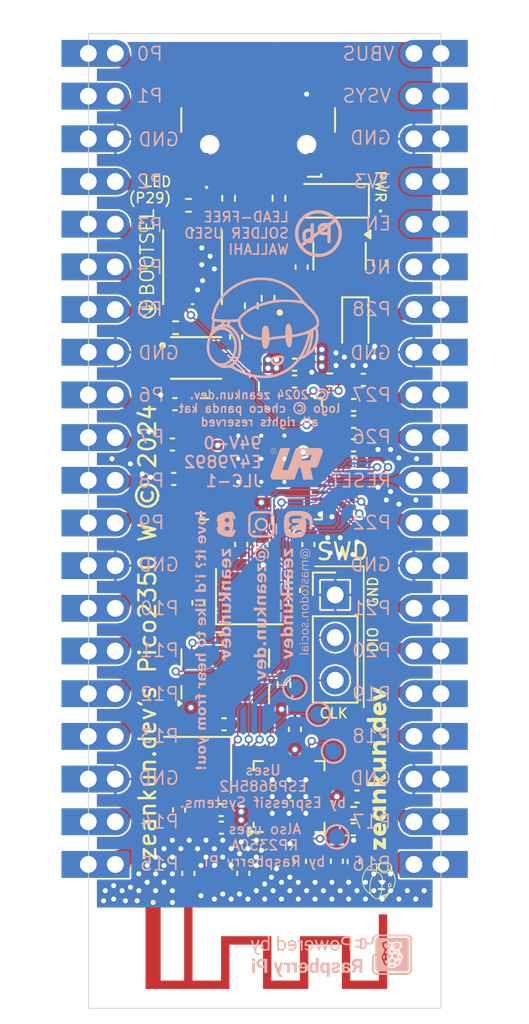
<source format=kicad_pcb>
(kicad_pcb (version 20240108) (generator "pcbnew") (generator_version "8.0")
  (layers (0 "F.Cu" signal) (1 "In1.Cu" signal) (2 "In2.Cu" signal) (31 "B.Cu" signal) (34 "B.Paste" user) (35 "F.Paste" user) (36 "B.SilkS" user "B.Silkscreen") (37 "F.SilkS" user "F.Silkscreen") (38 "B.Mask" user) (39 "F.Mask" user) (44 "Edge.Cuts" user))
  (net 0 "")
  (net 1 "GND")
  (net 2 "Net-(AE1-FEED)")
  (net 3 "/VREG_AVDD")
  (net 4 "+1V1")
  (net 5 "+3.3V")
  (net 6 "Net-(U1-XOUT)")
  (net 7 "Net-(U1-XIN)")
  (net 8 "Net-(U3-BP)")
  (net 9 "Net-(U4-LNA_IN)")
  (net 10 "Net-(C22-Pad1)")
  (net 11 "/ESP_EN")
  (net 12 "Net-(U4-XTAL_N)")
  (net 13 "Net-(U4-XTAL_P)")
  (net 14 "VBUS")
  (net 15 "VSYS")
  (net 16 "Net-(D2-A)")
  (net 17 "Net-(D3-A)")
  (net 18 "/USB_DM")
  (net 20 "/USB_DP")
  (net 22 "Net-(J1-CC2)")
  (net 23 "Net-(J1-CC1)")
  (net 24 "/P3")
  (net 25 "/P11")
  (net 26 "/P9")
  (net 27 "/P0")
  (net 28 "/P2")
  (net 29 "/P10")
  (net 30 "/P12")
  (net 31 "/P5")
  (net 32 "/P6")
  (net 33 "/P14")
  (net 34 "/P15")
  (net 35 "/P8")
  (net 36 "/P13")
  (net 37 "/P1")
  (net 38 "/P4")
  (net 39 "/P7")
  (net 40 "/P28")
  (net 41 "/P22")
  (net 42 "/ESP_RX")
  (net 43 "/RESET")
  (net 44 "/P27")
  (net 45 "/P16")
  (net 46 "/ESP_TX")
  (net 48 "/P19")
  (net 49 "/P18")
  (net 50 "/P26")
  (net 52 "/P17")
  (net 53 "/DEBUG_CLK")
  (net 54 "/DEBUG_DIO")
  (net 55 "Net-(R2-Pad1)")
  (net 56 "/FLASH_CS")
  (net 57 "Net-(U1-GPIO29_ADC3)")
  (net 58 "Net-(U1-USB_DP)")
  (net 59 "Net-(U1-USB_DM)")
  (net 60 "Net-(U5-SDO{slash}ADDR)")
  (net 61 "Net-(U5-~{CS})")
  (net 62 "Net-(U4-GPIO19{slash}USB_D+)")
  (net 63 "Net-(U4-GPIO18{slash}USB_D-)")
  (net 64 "Net-(U4-GPIO9{slash}BOOT)")
  (net 65 "/GYRO_SDA")
  (net 66 "/FLASH_SD2")
  (net 68 "/FLASH_CLK")
  (net 69 "/GYRO_SCL")
  (net 70 "/FLASH_SD3")
  (net 71 "/FLASH_SD0")
  (net 72 "/FLASH_SD1")
  (net 88 "/VREG_LX")
  (footprint "Capacitor_SMD:C_0402_1005Metric" (layer "F.Cu") (at 79.225 79.975 90)
    (property "Reference" "C19" (hide yes))
    (property "Value" "1.6p")
  )
  (footprint "Resistor_SMD:R_0402_1005Metric" (layer "F.Cu") (at 81.65 68.74 90)
    (property "Reference" "R11" (hide yes))
    (property "Value" "10k")
  )
  (footprint "Resistor_SMD:R_0402_1005Metric" (layer "F.Cu") (at 79.7 46.2 90)
    (property "Reference" "R7" (hide yes))
    (property "Value" "200")
  )
  (footprint "Inductor_SMD:L_0402_1005Metric" (layer "F.Cu") (at 77.6 80.45)
    (property "Reference" "L2" (hide yes))
    (property "Value" "2.8n")
  )
  (footprint "Capacitor_SMD:C_0402_1005Metric" (layer "F.Cu") (at 76.55 63.87 90)
    (property "Reference" "C6" (hide yes))
    (property "Value" "15p")
  )
  (footprint "Inductor_SMD:L_0402_1005Metric" (layer "F.Cu") (at 83.65 79.25 -90)
    (property "Reference" "L3" (hide yes))
    (property "Value" "2n")
  )
  (footprint "Resistor_SMD:R_0402_1005Metric" (layer "F.Cu") (at 75.96 40.2175 180)
    (property "Reference" "R6" (hide yes))
    (property "Value" "330")
  )
  (footprint "Capacitor_SMD:C_0402_1005Metric" (layer "F.Cu") (at 85.8 54.5)
    (property "Reference" "C9" (hide yes))
    (property "Value" "100n")
  )
  (footprint "LED_SMD:LED_0402_1005Metric" (layer "F.Cu") (at 87.4 41.65 -90)
    (property "Reference" "D2" (hide yes))
    (property "Value" "BLUE")
  )
  (footprint "Capacitor_SMD:C_0402_1005Metric" (layer "F.Cu") (at 85.8 52.1)
    (property "Reference" "C16" (hide yes))
    (property "Value" "100n")
  )
  (footprint "Capacitor_SMD:C_0402_1005Metric" (layer "F.Cu") (at 77.9 76.2 180)
    (property "Reference" "C24" (hide yes))
    (property "Value" "0.1u")
  )
  (footprint "Connector_PinHeader_2.54mm:PinHeader_1x03_P2.54mm_Vertical" (layer "F.Cu") (at 84.7 63.4)
    (property "Reference" "J4" (hide yes))
    (property "Value" "Conn_01x03")
  )
  (footprint "Capacitor_SMD:C_0402_1005Metric" (layer "F.Cu") (at 82.28 50.7)
    (property "Reference" "C3" (hide yes))
    (property "Value" "4.7u")
  )
  (footprint "Crystal:Crystal_SMD_3225-4Pin_3.2x2.5mm" (layer "F.Cu") (at 76.5 73.5 180)
    (property "Reference" "Y2" (hide yes))
    (property "Value" "40MHz")
  )
  (footprint "RP2350_60QFN_minimal:RP2350-QFN-60-1EP_7x7_P0.4mm_EP3.4x3.4mm_ThermalVias" (layer "F.Cu") (at 80.3 55.3)
    (property "Reference" "U1" (hide yes))
    (property "Value" "RP2350_60QFN")
  )
  (footprint "Capacitor_SMD:C_0402_1005Metric" (layer "F.Cu") (at 75.95 79.975 90)
    (property "Reference" "C20" (hide yes))
    (property "Value" "1.6p")
  )
  (footprint "Resistor_SMD:R_0402_1005Metric" (layer "F.Cu") (at 77.75 66 180)
    (property "Reference" "R10" (hide yes))
    (property "Value" "10k")
  )
  (footprint "Capacitor_SMD:C_0402_1005Metric" (layer "F.Cu") (at 86 75.4)
    (property "Reference" "C27" (hide yes))
    (property "Value" "10n")
  )
  (footprint "Package_DFN_QFN:QFN-28-1EP_4x4mm_P0.4mm_EP2.6x2.6mm" (layer "F.Cu") (at 81.95 75.4 90)
    (property "Reference" "U4" (hide yes))
    (property "Value" "ESP8685H4")
  )
  (footprint "Connector_USB:USB_C_Receptacle_GCT_USB4110" (layer "F.Cu") (at 80.11 34 180)
    (property "Reference" "J1" (hide yes))
    (property "Value" "USB_C_Receptacle_USB2.0_16P")
  )
  (footprint "Capacitor_SMD:C_0402_1005Metric" (layer "F.Cu") (at 86.38 50.6)
    (property "Reference" "C1" (hide yes))
    (property "Value" "4.7u")
  )
  (footprint "Capacitor_SMD:C_0402_1005Metric" (layer "F.Cu") (at 82.6 79.25 90)
    (property "Reference" "C22" (hide yes))
    (property "Value" "0.1u")
  )
  (footprint "Resistor_SMD:R_0402_1005Metric" (layer "F.Cu") (at 87.35 43.65 90)
    (property "Reference" "R3" (hide yes))
    (property "Value" "330")
  )
  (footprint "Package_TO_SOT_SMD:SOT-23-5" (layer "F.Cu") (at 84.9625 43.25 -90)
    (property "Reference" "U3" (hide yes))
    (property "Value" "MIC5205-3.3YM5")
  )
  (footprint "Button_Switch_SMD:SW_Push_1P1T_NO_Vertical_Wuerth_434133025816" (layer "F.Cu") (at 76.2 43.9 -90)
    (property "Reference" "SW1" (hide yes))
    (property "Value" "SW_Push")
  )
  (footprint "Resistor_SMD:R_0402_1005Metric" (layer "F.Cu") (at 78.35 39.8 -90)
    (property "Reference" "R5" (hide yes))
    (property "Value" "5.1k")
  )
  (footprint "RP2350_60QFN_minimal:L_pol_2016" (layer "F.Cu") (at 82.3 47.9)
    (property "Reference" "L1" (hide yes))
    (property "Value" "3.3u")
  )
  (footprint "Capacitor_SMD:C_0402_1005Metric" (layer "F.Cu") (at 85.8 55.5)
    (property "Reference" "C14" (hide yes))
    (property "Value" "100n")
  )
  (footprint "Capacitor_SMD:C_0402_1005Metric" (layer "F.Cu") (at 75.08 56.5 180)
    (property "Reference" "C11" (hide yes))
    (property "Value" "100n")
  )
  (footprint "Capacitor_SMD:C_0402_1005Metric" (layer "F.Cu") (at 84.8 79.25 -90)
    (property "Reference" "C23" (hide yes))
    (property "Value" "10u")
  )
  (footprint "Capacitor_SMD:C_0402_1005Metric" (layer "F.Cu") (at 75.15 52.05 180)
    (property "Reference" "C10" (hide yes))
    (property "Value" "100n")
  )
  (footprint "Resistor_SMD:R_0402_1005Metric" (layer "F.Cu") (at 85.8 76.4 180)
    (property "Reference" "R9" (hide yes))
    (property "Value" "10k")
  )
  (footprint "LED_SMD:LED_0402_1005Metric" (layer "F.Cu") (at 75.95 39.15 180)
    (property "Reference" "D3" (hide yes))
    (property "Value" "EMERALD")
  )
  (footprint "LOGO" (layer "F.Cu") (at 87.3 75.2 90)
    (property "Reference" "G***" (hide yes))
    (property "Value" "LOGO" (hide yes))
  )
  (footprint "Capacitor_Tantalum_SMD:CP_EIA-2012-12_Kemet-R" (layer "F.Cu") (at 85.9 47.4 -90)
    (property "Reference" "C18" (hide yes))
    (property "Value" "2.2u")
  )
  (footprint "Resistor_SMD:R_0402_1005Metric" (layer "F.Cu") (at 80.7 45.75 90)
    (property "Reference" "R8" (hide yes))
    (property "Value" "200")
  )
  (footprint "8-USON-2X3:8-USON-2X3" (layer "F.Cu") (at 76.4625 49.3)
    (property "Reference" "U2" (hide yes))
    (property "Value" "ZD25WQ32CEIGR")
  )
  (footprint "Capacitor_SMD:C_0402_1005Metric" (layer "F.Cu") (at 75.4 76.2 -90)
    (property "Reference" "C30" (hide yes))
    (property "Value" "26p")
  )
  (footprint "Capacitor_SMD:C_0402_1005Metric" (layer "F.Cu") (at 78.08 71.1)
    (property "Reference" "C29" (hide yes))
    (property "Value" "26p")
  )
  (footprint "Capacitor_SMD:C_0402_1005Metric" (layer "F.Cu") (at 85.8 79.27 -90)
    (property "Reference" "C21" (hide yes))
    (property "Value" "0.1u")
  )
  (footprint "RF_Antenna:Texas_SWRA117D_2.4GHz_Left" (layer "F.Cu") (at 75.95 81.7 180)
    (property "Reference" "AE1" (hide yes))
    (property "Value" "Antenna_Chip")
  )
  (footprint "Diode_SMD:D_SOD-123F" (layer "F.Cu") (at 84.5 39.95 180)
    (property "Reference" "D1" (hide yes))
    (property "Value" "MBR120VLSFT1G")
  )
  (footprint "Resistor_SMD:R_0402_1005Metric" (layer "F.Cu") (at 84.38 50.6)
    (property "Reference" "R1" (hide yes))
    (property "Value" "33")
  )
  (footprint "Capacitor_SMD:C_0402_1005Metric" (layer "F.Cu") (at 79.1 60.4 -90)
    (property "Reference" "C12" (hide yes))
    (property "Value" "100n")
  )
  (footprint "Capacitor_SMD:C_0402_1005Metric" (layer "F.Cu") (at 82.28 49.7)
    (property "Reference" "C2" (hide yes))
    (property "Value" "4.7u")
  )
  (footprint "Capacitor_SMD:C_0402_1005Metric" (layer "F.Cu") (at 75 54.45 180)
    (property "Reference" "C8" (hide yes))
    (property "Value" "100n")
  )
  (footprint "Crystal:Crystal_SMD_3225-4Pin_3.2x2.5mm" (layer "F.Cu") (at 79.6 63.5)
    (property "Reference" "Y1" (hide yes))
    (property "Value" "12MHz")
  )
  (footprint "Capacitor_SMD:C_0402_1005Metric" (layer "F.Cu") (at 82.25 63.125 -90)
    (property "Reference" "C5" (hide yes))
    (property "Value" "15p")
  )
  (footprint "Resistor_SMD:R_0402_1005Metric" (layer "F.Cu") (at 75.2 47.5 180)
    (property "Reference" "R2" (hide yes))
    (property "Value" "1k")
  )
  (footprint "Resistor_SMD:R_0402_1005Metric" (layer "F.Cu") (at 81.35 39.8 -90)
    (property "Reference" "R4" (hide yes))
    (property "Value" "5.1k")
  )
  (footprint "Capacitor_SMD:C_0402_1005Metric" (layer "F.Cu") (at 78.8 48.05 90)
    (property "Reference" "C4" (hide yes))
    (property "Value" "100n")
  )
  (footprint "Capacitor_SMD:C_0402_1005Metric" (layer "F.Cu") (at 82.3 71.4 90)
    (property "Reference" "C25" (hide yes))
    (property "Value" "0.1u")
  )
  (footprint "Capacitor_SMD:C_0402_1005Metric" (layer "F.Cu") (at 82.7 43.9 90)
    (property "Reference" "C17" (hide yes))
    (property "Value" "470p")
  )
  (footprint "CastellatedHoles:1x20_2.54mm" (layer "F.Cu") (at 69.4 54.23)
    (property "Reference" "J2" (hide yes))
    (property "Value" "Conn_01x20")
  )
  (footprint "Package_LGA:LGA-14_3x5mm_P0.8mm_LayoutBorder1x6y" (layer "F.Cu") (at 78.15 68.25 90)
    (property "Reference" "U5" (hide yes))
    (property "Value" "ADXL345")
  )
  (footprint "Capacitor_SMD:C_0402_1005Metric" (layer "F.Cu") (at 80.3 60.4 -90)
    (property "Reference" "C7" (hide yes))
    (property "Value" "4.7u")
  )
  (footprint "Capacitor_SMD:C_0402_1005Metric" (layer "F.Cu") (at 77.92 77.25 180)
    (property "Reference" "C26" (hide yes))
    (property "Value" "1u")
  )
  (footprint "Capacitor_SMD:C_0402_1005Metric" (layer "F.Cu") (at 85.8 53.1)
    (property "Reference" "C15" (hide yes))
    (property "Value" "100n")
  )
  (footprint "Capacitor_SMD:C_0402_1005Metric" (layer "F.Cu") (at 85.78 77.35)
    (property "Reference" "C28" (hide yes))
    (property "Value" "1u")
  )
  (footprint "Capacitor_SMD:C_0402_1005Metric" (layer "F.Cu") (at 83.1 60.4 -90)
    (property "Reference" "C13" (hide yes))
    (property "Value" "100n")
  )
  (footprint "LOGO" (layer "B.Cu") (at 80.4 47.5 180)
    (property "Reference" "G***" (hide yes))
    (property "Value" "LOGO" (hide yes))
  )
  (footprint "TestPoint:TestPoint_Pad_D1.0mm" (layer "B.Cu") (at 82.3 68.9 180)
    (property "Reference" "TP2" (hide yes))
    (property "Value" "ESP_DP")
  )
  (footprint "CastellatedHoles:1x20_2.54mm" (layer "B.Cu") (at 91.59 54.23 180)
    (property "Reference" "J3" (hide yes))
    (property "Value" "Conn_01x20")
  )
  (footprint "LOGO" (layer "B.Cu") (at 80.3 59.2 -90)
    (property "Reference" "G***" (hide yes))
    (property "Value" "LOGO" (hide yes))
  )
  (footprint "LOGO" (layer "B.Cu") (at 78.2 59.2 -90)
    (property "Reference" "G***" (hide yes))
    (property "Value" "LOGO" (hide yes))
  )
  (footprint "LOGO" (layer "B.Cu") (at 84.3 85.1 180)
    (property "Reference" "G***" (hide yes))
    (property "Value" "LOGO" (hide yes))
  )
  (footprint "LOGO" (layer "B.Cu") (at 82.5 59.2 -90)
    (property "Reference" "G***" (hide yes))
    (property "Value" "LOGO" (hide yes))
  )
  (footprint "TestPoint:TestPoint_Pad_D1.0mm" (layer "B.Cu") (at 83.7 70.5 180)
    (property "Reference" "TP3" (hide yes))
    (property "Value" "ESP_DM")
  )
  (footprint "TestPoint:TestPoint_Pad_D1.0mm" (layer "B.Cu") (at 84.8 77.8 180)
    (property "Reference" "TP1" (hide yes))
    (property "Value" "ESP_EN")
  )
  (footprint "TestPoint:TestPoint_Pad_D1.0mm" (layer "B.Cu") (at 84.6 72.7 180)
    (property "Reference" "TP4" (hide yes))
    (property "Value" "ESP_BOOT")
  )
  (footprint "LOGO" (layer "B.Cu") (at 82.4 55.6 180)
    (property "Reference" "G***" (hide yes))
    (property "Value" "LOGO" (hide yes))
  )
  (gr_line (start 84.7 41.1) (end 82.7 42.6) (stroke (width 0.2)) (layer "B.SilkS"))
  (gr_circle (center 83.7 41.9) (end 85 41.9) (stroke (width 0.2)) (fill none) (layer "B.SilkS"))
  (gr_line (start 86.4 61.7) (end 86.4 67.3) (stroke (width 0.1)) (layer "F.SilkS"))
  (gr_line (start 83.5 61.7) (end 86.4 61.7) (stroke (width 0.1)) (layer "F.SilkS"))
  (gr_line (start 73.6 46.2) (end 73.8 46.4) (stroke (width 0.1)) (layer "F.SilkS"))
  (gr_line (start 73.2 46.4) (end 73.8 46.4) (stroke (width 0.1)) (layer "F.SilkS"))
  (gr_line (start 73.8 46.4) (end 73.6 46.6) (stroke (width 0.1)) (layer "F.SilkS"))
  (gr_line (start 86.4 67.3) (end 86.4 70.1) (stroke (width 0.1)) (layer "F.SilkS"))
  (gr_circle (center 73.5 46.4) (end 74 46.4) (stroke (width 0.1)) (fill none) (layer "F.SilkS"))
  (gr_line (start 73.8 46.4) (end 73.6 46.2) (stroke (width 0.1)) (layer "F.SilkS"))
  (gr_rect (start 70 30) (end 91 88) (stroke (width 0.05)) (fill none) (layer "Edge.Cuts"))
  (gr_text "P3" (at 72.8 41.4 0) (layer "B.SilkS") (effects (font (size 0.8 0.8) (thickness 0.1)) (justify right mirror)))
  (gr_text "VSYS" (at 88.1 33.7 0) (layer "B.SilkS") (effects (font (size 0.8 0.8) (thickness 0.1)) (justify left mirror)))
  (gr_text "GND" (at 72.9 61.6 0) (layer "B.SilkS") (effects (font (size 0.8 0.8) (thickness 0.1)) (justify right mirror)))
  (gr_text "EN" (at 88.1 41.3 0) (layer "B.SilkS") (effects (font (size 0.8 0.8) (thickness 0.1)) (justify left mirror)))
  (gr_text "GND" (at 72.9 74.3 0) (layer "B.SilkS") (effects (font (size 0.8 0.8) (thickness 0.1)) (justify right mirror)))
  (gr_text "zeankundev" (at 78.2 60.6 90) (layer "B.SilkS") (effects (font (size 0.7 0.7) (thickness 0.14) (bold yes)) (justify left mirror)))
  (gr_text "Uses\nESP8685H2\nby Espressif Systems." (at 80.4 74.8 0) (layer "B.SilkS") (effects (font (size 0.6 0.6) (thickness 0.1)) (justify mirror)))
  (gr_text "P22" (at 88.1 59.1 0) (layer "B.SilkS") (effects (font (size 0.8 0.8) (thickness 0.1)) (justify left mirror)))
  (gr_text "GND" (at 72.9 49 0) (layer "B.SilkS") (effects (font (size 0.8 0.8) (thickness 0.1)) (justify right mirror)))
  (gr_text "GND" (at 88.1 61.6 0) (layer "B.SilkS") (effects (font (size 0.8 0.8) (thickness 0.1)) (justify left mirror)))
  (gr_text "GND" (at 88.1 49 0) (layer "B.SilkS") (effects (font (size 0.8 0.8) (thickness 0.1)) (justify left mirror)))
  (gr_text "P14" (at 73 76.9 0) (layer "B.SilkS") (effects (font (size 0.8 0.8) (thickness 0.1)) (justify right mirror)))
  (gr_text "P26" (at 88.1 54 0) (layer "B.SilkS") (effects (font (size 0.8 0.8) (thickness 0.1)) (justify left mirror)))
  (gr_text "P11" (at 73 66.7 0) (layer "B.SilkS") (effects (font (size 0.8 0.8) (thickness 0.1)) (justify right mirror)))
  (gr_text "©️ 2024 zeankun.dev.\nlogo ©️ choco panda kat\nall rights reserved" (at 80.2 53.4 0) (layer "B.SilkS") (effects (font (size 0.5 0.5) (thickness 0.1)) (justify bottom mirror)))
  (gr_text "LEAD-FREE\nSOLDER USED\nWALLAHI" (at 82 43.2 0) (layer "B.SilkS") (effects (font (size 0.6 0.6) (thickness 0.1)) (justify left bottom mirror)))
  (gr_text "P15" (at 73 79.4 0) (layer "B.SilkS") (effects (font (size 0.8 0.8) (thickness 0.1)) (justify right mirror)))
  (gr_text "P10" (at 73 64.2 0) (layer "B.SilkS") (effects (font (size 0.8 0.8) (thickness 0.1)) (justify right mirror)))
  (gr_text "RESET" (at 88.1 56.6 0) (layer "B.SilkS") (effects (font (size 0.8 0.8) (thickness 0.1)) (justify left mirror)))
  (gr_text "P28" (at 88.1 46.4 0) (layer "B.SilkS") (effects (font (size 0.8 0.8) (thickness 0.1)) (justify left mirror)))
  (gr_text "GND" (at 88.1 36.2 0) (layer "B.SilkS") (effects (font (size 0.8 0.8) (thickness 0.1)) (justify left mirror)))
  (gr_text "P17" (at 88.1 76.9 0) (layer "B.SilkS") (effects (font (size 0.8 0.8) (thickness 0.1)) (justify left mirror)))
  (gr_text "love it? i'd like to hear from you!" (at 77.1 58.4 90) (layer "B.SilkS") (effects (font (size 0.6 0.6) (thickness 0.15) (bold yes)) (justify left bottom mirror)))
  (gr_text "P0" (at 72.8 31.2 0) (layer "B.SilkS") (effects (font (size 0.8 0.8) (thickness 0.1)) (justify right mirror)))
  (gr_text "P20" (at 88.1 66.7 0) (layer "B.SilkS") (effects (font (size 0.8 0.8) (thickness 0.1)) (justify left mirror)))
  (gr_text "@mastodon.social" (at 82.9 60.6 90) (layer "B.SilkS") (effects (font (size 0.5 0.5) (thickness 0.0875)) (justify left mirror)))
  (gr_text "VBUS" (at 88.3 31.2 0) (layer "B.SilkS") (effects (font (size 0.8 0.8) (thickness 0.1)) (justify left mirror)))
  (gr_text "P6" (at 72.9 51.5 0) (layer "B.SilkS") (effects (font (size 0.8 0.8) (thickness 0.1)) (justify right mirror)))
  (gr_text "P21" (at 88.1 64.2 0) (layer "B.SilkS") (effects (font (size 0.8 0.8) (thickness 0.1)) (justify left mirror)))
  (gr_text "zeankundev" (at 81.9 60.6 90) (layer "B.SilkS") (effects (font (size 0.7 0.7) (thickness 0.14) (bold yes)) (justify left mirror)))
  (gr_text "Pb" (at 84.7 42.5 0) (layer "B.SilkS") (effects (font (size 1 1) (thickness 0.2) (bold yes)) (justify left bottom mirror)))
  (gr_text "94V-0\nE479892\nJLC-1" (at 80.4 55.5 0) (layer "B.SilkS") (effects (font (size 0.7 0.7) (thickness 0.12) (bold yes)) (justify left mirror)))
  (gr_text "@zeankun.dev" (at 80.3 60.5 90) (layer "B.SilkS") (effects (font (size 0.7 0.7) (thickness 0.14) (bold yes)) (justify left mirror)))
  (gr_text "P16" (at 88.1 79.4 0) (layer "B.SilkS") (effects (font (size 0.8 0.8) (thickness 0.1)) (justify left mirror)))
  (gr_text "P12" (at 73 69.3 0) (layer "B.SilkS") (effects (font (size 0.8 0.8) (thickness 0.1)) (justify right mirror)))
  (gr_text "P18" (at 88.1 71.8 0) (layer "B.SilkS") (effects (font (size 0.8 0.8) (thickness 0.1)) (justify left mirror)))
  (gr_text "P13" (at 73 71.8 0) (layer "B.SilkS") (effects (font (size 0.8 0.8) (thickness 0.1)) (justify right mirror)))
  (gr_text "GND" (at 72.9 36.3 0) (layer "B.SilkS") (effects (font (size 0.8 0.8) (thickness 0.1)) (justify right mirror)))
  (gr_text "P5" (at 72.8 46.4 0) (layer "B.SilkS") (effects (font (size 0.8 0.8) (thickness 0.1)) (justify right mirror)))
  (gr_text "P2" (at 72.8 38.8 0) (layer "B.SilkS") (effects (font (size 0.8 0.8) (thickness 0.1)) (justify right mirror)))
  (gr_text "NC" (at 88.1 43.9 0) (layer "B.SilkS") (effects (font (size 0.8 0.8) (thickness 0.1)) (justify left mirror)))
  (gr_text "Also uses\nRP2350A\nby Raspberry Pi" (at 80.5 78.3 0) (layer "B.SilkS") (effects (font (size 0.6 0.6) (thickness 0.1)) (justify mirror)))
  (gr_text "P9" (at 72.9 59.1 0) (layer "B.SilkS") (effects (font (size 0.8 0.8) (thickness 0.1)) (justify right mirror)))
  (gr_text "GND" (at 88.1 74.3 0) (layer "B.SilkS") (effects (font (size 0.8 0.8) (thickness 0.1)) (justify left mirror)))
  (gr_text "P27" (at 88.1 51.5 0) (layer "B.SilkS") (effects (font (size 0.8 0.8) (thickness 0.1)) (justify left mirror)))
  (gr_text "P19" (at 88.1 69.3 0) (layer "B.SilkS") (effects (font (size 0.8 0.8) (thickness 0.1)) (justify left mirror)))
  (gr_text "P1" (at 72.8 33.7 0) (layer "B.SilkS") (effects (font (size 0.8 0.8) (thickness 0.1)) (justify right mirror)))
  (gr_text "3V3" (at 88.1 38.8 0) (layer "B.SilkS") (effects (font (size 0.8 0.8) (thickness 0.1)) (justify left mirror)))
  (gr_text "P8" (at 72.9 56.6 0) (layer "B.SilkS") (effects (font (size 0.8 0.8) (thickness 0.1)) (justify right mirror)))
  (gr_text "P7" (at 72.9 54 0) (layer "B.SilkS") (effects (font (size 0.8 0.8) (thickness 0.1)) (justify right mirror)))
  (gr_text "P4" (at 72.8 43.9 0) (layer "B.SilkS") (effects (font (size 0.8 0.8) (thickness 0.1)) (justify right mirror)))
  (gr_text "CLK" (at 83.7 70.8 0) (layer "F.SilkS") (effects (font (size 0.6 0.6) (thickness 0.1)) (justify left bottom)))
  (gr_text "GND" (at 87.3 64.2 90) (layer "F.SilkS") (effects (font (size 0.6 0.6) (thickness 0.1)) (justify left bottom)))
  (gr_text "PWR" (at 87.4 40.1 270) (layer "F.SilkS") (effects (font (size 0.6 0.6) (thickness 0.1)) (justify right)))
  (gr_text "zeankun.dev's Pico2350 W © 2024" (at 74.1 79.3 90) (layer "F.SilkS") (effects (font (size 1 1)) (justify left bottom)))
  (gr_text "SWD" (at 83.5 61.4 0) (layer "F.SilkS") (effects (font (size 1 1)) (justify left bottom)))
  (gr_text "LED\n(P29)" (at 75 39.3 0) (layer "F.SilkS") (effects (font (size 0.6 0.6) (thickness 0.1)) (justify right)))
  (gr_text "BOOTSEL" (at 73.5 45.7 90) (layer "F.SilkS") (effects (font (size 0.8 0.8) (thickness 0.1)) (justify left)))
  (gr_text "DIO" (at 87.3 66.9 90) (layer "F.SilkS") (effects (font (size 0.6 0.6) (thickness 0.1)) (justify left bottom)))
  (via (at 71 81) (size 0.5) (drill 0.3) (layers "F.Cu" "B.Cu") (net 1))
  (via (at 80 79) (size 0.5) (drill 0.3) (layers "F.Cu" "B.Cu") (net 1))
  (via (at 80.95 74.4) (size 0.5) (drill 0.3) (layers "F.Cu" "B.Cu") (net 1))
  (via (at 88.5 81.5) (size 0.5) (drill 0.3) (layers "F.Cu" "B.Cu") (net 1))
  (via (at 86.5 81.5) (size 0.5) (drill 0.3) (layers "F.Cu" "B.Cu") (net 1))
  (via (at 80.5 80.6) (size 0.5) (drill 0.3) (layers "F.Cu" "B.Cu") (net 1))
  (via (at 87.25 54.75) (size 0.5) (drill 0.3) (layers "F.Cu" "B.Cu") (net 1))
  (via (at 75 81) (size 0.5) (drill 0.3) (layers "F.Cu" "B.Cu") (net 1))
  (via (at 80.4 61.6) (size 0.5) (drill 0.3) (layers "F.Cu" "B.Cu") (net 1))
  (via (at 88 81) (size 0.5) (drill 0.3) (layers "F.Cu" "B.Cu") (net 1))
  (via (at 89.5 81.5) (size 0.5) (drill 0.3) (layers "F.Cu" "B.Cu") (net 1))
  (via (at 70.9 81.6) (size 0.5) (drill 0.3) (layers "F.Cu" "B.Cu") (net 1))
  (via (at 77.25 43.25) (size 0.5) (drill 0.3) (layers "F.Cu" "B.Cu") (net 1))
  (via (at 86.5 80.5) (size 0.5) (drill 0.3) (layers "F.Cu" "B.Cu") (net 1))
  (via (at 71.5 81.5) (size 0.5) (drill 0.3) (layers "F.Cu" "B.Cu") (net 1))
  (via (at 88 54.75) (size 0.5) (drill 0.3) (layers "F.Cu" "B.Cu") (net 1))
  (via (at 79 81.2) (size 0.5) (drill 0.3) (layers "F.Cu" "B.Cu") (net 1))
  (via (at 73.5 80.5) (size 0.5) (drill 0.3) (layers "F.Cu" "B.Cu") (net 1))
  (via (at 84.75 49.75) (size 0.5) (drill 0.3) (layers "F.Cu" "B.Cu") (net 1))
  (via (at 89.55 55.3) (size 0.5) (drill 0.3) (layers "F.Cu" "B.Cu") (net 1))
  (via (at 84.5 58.75) (size 0.5) (drill 0.3) (layers "F.Cu" "B.Cu") (net 1))
  (via (at 80 81) (size 0.5) (drill 0.3) (layers "F.Cu" "B.Cu") (net 1))
  (via (at 79.5 81.5) (size 0.5) (drill 0.3) (layers "F.Cu" "B.Cu") (net 1))
  (via (at 74 81) (size 0.5) (drill 0.3) (layers "F.Cu" "B.Cu") (net 1))
  (via (at 78 78) (size 0.5) (drill 0.3) (layers "F.Cu" "B.Cu") (net 1))
  (via (at 81.5 81.5) (size 0.5) (drill 0.3) (layers "F.Cu" "B.Cu") (net 1))
  (via (at 75 79) (size 0.5) (drill 0.3) (layers "F.Cu" "B.Cu") (net 1))
  (via (at 87 49.25) (size 0.5) (drill 0.3) (layers "F.Cu" "B.Cu") (net 1))
  (via (at 78.5 79.5) (size 0.5) (drill 0.3) (layers "F.Cu" "B.Cu") (net 1))
  (via (at 87.75 57.75) (size 0.5) (drill 0.3) (layers "F.Cu" "B.Cu") (net 1))
  (via (at 90 81) (size 0.5) (drill 0.3) (layers "F.Cu" "B.Cu") (net 1))
  (via (at 72.5 80.8) (size 0.5) (drill 0.3) (layers "F.Cu" "B.Cu") (net 1))
  (via (at 84 81) (size 0.5) (drill 0.3) (layers "F.Cu" "B.Cu") (net 1))
  (via (at 82.95 76.4) (size 0.5) (drill 0.3) (layers "F.Cu" "B.Cu") (net 1))
  (via (at 80.95 76.4) (size 0.5) (drill 0.3) (layers "F.Cu" "B.Cu") (net 1))
  (via (at 75.5 78.5) (size 0.5) (drill 0.3) (layers "F.Cu" "B.Cu") (net 1))
  (via (at 80 79.5) (size 0.5) (drill 0.3) (layers "F.Cu" "B.Cu") (net 1))
  (via (at 87 80) (size 0.5) (drill 0.3) (layers "F.Cu" "B.Cu") (net 1))
  (via (at 85 81) (size 0.5) (drill 0.3) (layers "F.Cu" "B.Cu") (net 1))
  (via (at 74 79) (size 0.5) (drill 0.3) (layers "F.Cu" "B.Cu") (net 1))
  (via (at 77.5 78.5) (size 0.5) (drill 0.3) (layers "F.Cu" "B.Cu") (net 1))
  (via (at 90 81) (size 0.5) (drill 0.3) (layers "F.Cu" "B.Cu") (net 1))
  (via (at 80.5 81.5) (size 0.5) (drill 0.3) (layers "F.Cu" "B.Cu") (net 1))
  (via (at 79.5 81.5) (size 0.5) (drill 0.3) (layers "F.Cu" "B.Cu") (net 1))
  (via (at 73 81) (size 0.5) (drill 0.3) (layers "F.Cu" "B.Cu") (net 1))
  (via (at 78 81.2) (size 0.5) (drill 0.3) (layers "F.Cu" "B.Cu") (net 1))
  (via (at 80.95 75.4) (size 0.5) (drill 0.3) (layers "F.Cu" "B.Cu") (net 1))
  (via (at 83.5 81.5) (size 0.5) (drill 0.3) (layers "F.Cu" "B.Cu") (net 1))
  (via (at 85.25 49.25) (size 0.5) (drill 0.3) (layers "F.Cu" "B.Cu") (net 1))
  (via (at 87.25 57) (size 0.5) (drill 0.3) (layers "F.Cu" "B.Cu") (net 1))
  (via (at 85.75 61) (size 0.5) (drill 0.3) (layers "F.Cu" "B.Cu") (net 1))
  (via (at 74.3 51.5) (size 0.5) (drill 0.3) (layers "F.Cu" "B.Cu") (net 1))
  (via (at 85.5 81.5) (size 0.5) (drill 0.3) (layers "F.Cu" "B.Cu") (net 1))
  (via (at 88.5 58) (size 0.5) (drill 0.3) (layers "F.Cu" "B.Cu") (net 1))
  (via (at 71.5 80.7) (size 0.5) (drill 0.3) (layers "F.Cu" "B.Cu") (net 1))
  (via (at 80.3 78.6) (size 0.5) (drill 0.3) (layers "F.Cu" "B.Cu") (net 1))
  (via (at 89.5 81.5) (size 0.5) (drill 0.3) (layers "F.Cu" "B.Cu") (net 1))
  (via (at 76.7 81.3) (size 0.5) (drill 0.3) (layers "F.Cu" "B.Cu") (net 1))
  (via (at 80 78) (size 0.5) (drill 0.3) (layers "F.Cu" "B.Cu") (net 1))
  (via (at 87.05 48.6) (size 0.5) (drill 0.3) (layers "F.Cu" "B.Cu") (net 1))
  (via (at 76.5 78.5) (size 0.5) (drill 0.3) (layers "F.Cu" "B.Cu") (net 1))
  (via (at 71.4 55.3) (size 0.5) (drill 0.3) (layers "F.Cu" "B.Cu") (net 1))
  (via (at 73.6 53.7) (size 0.5) (drill 0.3) (layers "F.Cu" "B.Cu") (net 1))
  (via (at 74.5 78.5) (size 0.5) (drill 0.3) (layers "F.Cu" "B.Cu") (net 1))
  (via (at 84 81) (size 0.5) (drill 0.3) (layers "F.Cu" "B.Cu") (net 1))
  (via (at 82 78.2) (size 0.5) (drill 0.3) (layers "F.Cu" "B.Cu") (net 1))
  (via (at 81.95 75.4) (size 0.5) (drill 0.3) (layers "F.Cu" "B.Cu") (net 1))
  (via (at 81.5 80.5) (size 0.5) (drill 0.3) (layers "F.Cu" "B.Cu") (net 1))
  (via (at 77.5 81.5) (size 0.5) (drill 0.3) (layers "F.Cu" "B.Cu") (net 1))
  (via (at 83.3 50.15) (size 0.5) (drill 0.3) (layers "F.Cu" "B.Cu") (net 1))
  (via (at 76.7 79.5) (size 0.5) (drill 0.3) (layers "F.Cu" "B.Cu") (net 1))
  (via (at 73.7 56.4) (size 0.5) (drill 0.3) (layers "F.Cu" "B.Cu") (net 1))
  (via (at 78 79) (size 0.5) (drill 0.3) (layers "F.Cu" "B.Cu") (net 1))
  (via (at 84.5 81.5) (size 0.5) (drill 0.3) (layers "F.Cu" "B.Cu") (net 1))
  (via (at 85.5 80.5) (size 0.5) (drill 0.3) (layers "F.Cu" "B.Cu") (net 1))
  (via (at 84.75 49) (size 0.5) (drill 0.3) (layers "F.Cu" "B.Cu") (net 1))
  (via (at 85 60) (size 0.5) (drill 0.3) (layers "F.Cu" "B.Cu") (net 1))
  (via (at 73.5 80.5) (size 0.5) (drill 0.3) (layers "F.Cu" "B.Cu") (net 1))
  (via (at 82 81) (size 0.5) (drill 0.3) (layers "F.Cu" "B.Cu") (net 1))
  (via (at 75 81.7) (size 0.5) (drill 0.3) (layers "F.Cu" "B.Cu") (net 1))
  (via (at 76.8 44.7) (size 0.5) (drill 0.3) (layers "F.Cu" "B.Cu") (net 1))
  (via (at 85.75 49.75) (size 0.5) (drill 0.3) (layers "F.Cu" "B.Cu") (net 1))
  (via (at 84.5 80.5) (size 0.5) (drill 0.3) (layers "F.Cu" "B.Cu") (net 1))
  (via (at 89 81) (size 0.5) (drill 0.3) (layers "F.Cu" "B.Cu") (net 1))
  (via (at 83.8 58.6) (size 0.5) (drill 0.3) (layers "F.Cu" "B.Cu") (net 1))
  (via (at 74.5 79.5) (size 0.5) (drill 0.3) (layers "F.Cu" "B.Cu") (net 1))
  (via (at 87 81) (size 0.5) (drill 0.3) (layers "F.Cu" "B.Cu") (net 1))
  (via (at 74 80) (size 0.5) (drill 0.3) (layers "F.Cu" "B.Cu") (net 1))
  (via (at 82.5 81.5) (size 0.5) (drill 0.3) (layers "F.Cu" "B.Cu") (net 1))
  (via (at 74.5 80.5) (size 0.5) (drill 0.3) (layers "F.Cu" "B.Cu") (net 1))
  (via (at 80.9 80.2) (size 0.5) (drill 0.3) (layers "F.Cu" "B.Cu") (net 1))
  (via (at 76.5 45.25) (size 0.5) (drill 0.3) (layers "F.Cu" "B.Cu") (net 1))
  (via (at 88 81) (size 0.5) (drill 0.3) (layers "F.Cu" "B.Cu") (net 1))
  (via (at 79.5 78.5) (size 0.5) (drill 0.3) (layers "F.Cu" "B.Cu") (net 1))
  (via (at 77 78) (size 0.5) (drill 0.3) (layers "F.Cu" "B.Cu") (net 1))
  (via (at 73.2 56.2) (size 0.5) (drill 0.3) (layers "F.Cu" "B.Cu") (net 1))
  (via (at 77.5 44) (size 0.5) (drill 0.3) (layers "F.Cu" "B.Cu") (net 1))
  (via (at 87.5 81.5) (size 0.5) (drill 0.3) (layers "F.Cu" "B.Cu") (net 1))
  (via (at 84.4 60.9) (size 0.5) (drill 0.3) (layers "F.Cu" "B.Cu") (net 1))
  (via (at 75 78) (size 0.5) (drill 0.3) (layers "F.Cu" "B.Cu") (net 1))
  (via (at 86.5 49.75) (size 0.5) (drill 0.3) (layers "F.Cu" "B.Cu") (net 1))
  (via (at 82 80.2) (size 0.5) (drill 0.3) (layers "F.Cu" "B.Cu") (net 1))
  (via (at 78.5 78.5) (size 0.5) (drill 0.3) (layers "F.Cu" "B.Cu") (net 1))
  (via (at 79.1 78.1) (size 0.5) (drill 0.3) (layers "F.Cu" "B.Cu") (net 1))
  (via (at 78.5 81.5) (size 0.5) (drill 0.3) (layers "F.Cu" "B.Cu") (net 1))
  (via (at 83.5 81.5) (size 0.5) (drill 0.3) (layers "F.Cu" "B.Cu") (net 1))
  (via (at 81.2 79.7) (size 0.5) (drill 0.3) (layers "F.Cu" "B.Cu") (net 1))
  (via (at 83.5 80.5) (size 0.5) (drill 0.3) (layers "F.Cu" "B.Cu") (net 1))
  (via (at 88.5 55.25) (size 0.5) (drill 0.3) (layers "F.Cu" "B.Cu") (net 1))
  (via (at 82.95 75.4) (size 0.5) (drill 0.3) (layers "F.Cu" "B.Cu") (net 1))
  (via (at 87.5 81.5) (size 0.5) (drill 0.3) (layers "F.Cu" "B.Cu") (net 1))
  (via (at 73.5 79.5) (size 0.5) (drill 0.3) (layers "F.Cu" "B.Cu") (net 1))
  (via (at 72.9 81.6) (size 0.5) (drill 0.3) (layers "F.Cu" "B.Cu") (net 1))
  (via (at 81.95 74.4) (size 0.5) (drill 0.3) (layers "F.Cu" "B.Cu") (net 1))
  (via (at 82.95 74.4) (size 0.5) (drill 0.3) (layers "F.Cu" "B.Cu") (net 1))
  (via (at 75 80) (size 0.5) (drill 0.3) (layers "F.Cu" "B.Cu") (net 1))
  (via (at 88 80) (size 0.5) (drill 0.3) (layers "F.Cu" "B.Cu") (net 1))
  (via (at 81 81) (size 0.5) (drill 0.3) (layers "F.Cu" "B.Cu") (net 1))
  (via (at 73 80) (size 0.5) (drill 0.3) (layers "F.Cu" "B.Cu") (net 1))
  (via (at 76.75 42.75) (size 0.5) (drill 0.3) (layers "F.Cu" "B.Cu") (net 1))
  (via (at 84.25 60) (size 0.5) (drill 0.3) (layers "F.Cu" "B.Cu") (net 1))
  (via (at 72 81) (size 0.5) (drill 0.3) (layers "F.Cu" "B.Cu") (net 1))
  (via (at 77.5 79.5) (size 0.5) (drill 0.3) (layers "F.Cu" "B.Cu") (net 1))
  (via (at 81.95 76.4) (size 0.5) (drill 0.3) (layers "F.Cu" "B.Cu") (net 1))
  (via (at 77 79) (size 0.5) (drill 0.3) (layers "F.Cu" "B.Cu") (net 1))
  (via (at 76 78) (size 0.5) (drill 0.3) (layers "F.Cu" "B.Cu") (net 1))
  (via (at 89.5 57.75) (size 0.5) (drill 0.3) (layers "F.Cu" "B.Cu") (net 1))
  (via (at 87.5 80.5) (size 0.5) (drill 0.3) (layers "F.Cu" "B.Cu") (net 1))
  (via (at 83 81) (size 0.5) (drill 0.3) (layers "F.Cu" "B.Cu") (net 1))
  (via (at 82.5 80.5) (size 0.5) (drill 0.3) (layers "F.Cu" "B.Cu") (net 1))
  (via (at 83 33.6) (size 0.5) (drill 0.3) (layers "F.Cu" "B.Cu") (net 1))
  (via (at 72.2 81.6) (size 0.5) (drill 0.3) (layers "F.Cu" "B.Cu") (net 1))
  (via (at 76.75 43.75) (size 0.5) (drill 0.3) (layers "F.Cu" "B.Cu") (net 1))
  (via (at 72.5 55.6) (size 0.5) (drill 0.3) (layers "F.Cu" "B.Cu") (net 1))
  (via (at 85.8 78) (size 0.5) (drill 0.3) (layers "F.Cu" "B.Cu") (net 1))
  (via (at 86 81) (size 0.5) (drill 0.3) (layers "F.Cu" "B.Cu") (net 1))
  (via (at 85 61) (size 0.5) (drill 0.3) (layers "F.Cu" "B.Cu") (net 1))
  (via (at 74.5 80.5) (size 0.5) (drill 0.3) (layers "F.Cu" "B.Cu") (net 1))
  (via (at 79 78.8) (size 0.5) (drill 0.3) (layers "F.Cu" "B.Cu") (net 1))
  (via (at 80 81) (size 0.5) (drill 0.3) (layers "F.Cu" "B.Cu") (net 1))
  (via (at 86 60.25) (size 0.5) (drill 0.3) (layers "F.Cu" "B.Cu") (net 1))
  (via (at 88 57.25) (size 0.5) (drill 0.3) (layers "F.Cu" "B.Cu") (net 1))
  (segment (start 75.95 80.455) (end 77.11 80.455) (width 0.2) (layer "F.Cu") (net 2))
  (segment (start 75.95 80.455) (end 75.95 82.375) (width 0.2) (layer "F.Cu") (net 2))
  (segment (start 77.11 80.455) (end 77.115 80.45) (width 0.2) (layer "F.Cu") (net 2))
  (segment (start 83.1 51.55) (end 83.4 51.25) (width 0.1) (layer "F.Cu") (net 3))
  (segment (start 84.9 50.61) (end 84.89 50.6) (width 0.1) (layer "F.Cu") (net 3))
  (segment (start 84.9 51.25) (end 84.9 50.61) (width 0.1) (layer "F.Cu") (net 3))
  (segment (start 83.1 51.8625) (end 83.1 51.55) (width 0.1) (layer "F.Cu") (net 3))
  (segment (start 84.89 50.6) (end 85.9 50.6) (width 0.1) (layer "F.Cu") (net 3))
  (via (at 83.4 51.25) (size 0.5) (drill 0.3) (layers "F.Cu" "B.Cu") (net 3))
  (via (at 84.9 51.25) (size 0.5) (drill 0.3) (layers "F.Cu" "B.Cu") (net 3))
  (segment (start 83.4 51.25) (end 84.9 51.25) (width 0.1) (layer "B.Cu") (net 3))
  (via (at 80.7 49.4) (size 0.5) (drill 0.3) (layers "F.Cu" "B.Cu") (net 4))
  (via (at 77.7 54.5) (size 0.5) (drill 0.3) (layers "F.Cu" "B.Cu") (net 4))
  (via (at 82.8 54.9) (size 0.5) (drill 0.3) (layers "F.Cu" "B.Cu") (net 4))
  (via (at 80.7 49.9) (size 0.5) (drill 0.3) (layers "F.Cu" "B.Cu") (net 4))
  (via (at 80.3 57.9) (size 0.5) (drill 0.3) (layers "F.Cu" "B.Cu") (net 4))
  (via (at 81.2 49.9) (size 0.5) (drill 0.3) (layers "F.Cu" "B.Cu") (net 4))
  (via (at 81.2 49.4) (size 0.5) (drill 0.3) (layers "F.Cu" "B.Cu") (net 4))
  (via (at 83.9 48.8) (size 0.5) (drill 0.3) (layers "F.Cu" "B.Cu") (net 5))
  (via (at 79.1 76.8) (size 0.5) (drill 0.3) (layers "F.Cu" "B.Cu") (net 5))
  (via (at 81.5 70.2) (size 0.5) (drill 0.3) (layers "F.Cu" "B.Cu") (net 5))
  (via (at 79.1 76.3) (size 0.5) (drill 0.3) (layers "F.Cu" "B.Cu") (net 5))
  (via (at 83.9 49.8) (size 0.5) (drill 0.3) (layers "F.Cu" "B.Cu") (net 5))
  (via (at 82.3 72.6) (size 0.5) (drill 0.3) (layers "F.Cu" "B.Cu") (net 5))
  (via (at 83.9 49.3) (size 0.5) (drill 0.3) (layers "F.Cu" "B.Cu") (net 5))
  (via (at 84.8 75.4) (size 0.5) (drill 0.3) (layers "F.Cu" "B.Cu") (net 5))
  (via (at 76.1 70.1) (size 0.5) (drill 0.3) (layers "F.Cu" "B.Cu") (net 5))
  (segment (start 80.7 62.65) (end 82.245 62.65) (width 0.1) (layer "F.Cu") (net 6))
  (segment (start 82.245 62.65) (end 82.25 62.645) (width 0.1) (layer "F.Cu") (net 6))
  (segment (start 79.95 62.65) (end 80.7 62.65) (width 0.1) (layer "F.Cu") (net 6))
  (segment (start 79.76 62.535) (end 79.85 62.625) (width 0.1) (layer "F.Cu") (net 6))
  (segment (start 79.85 62.625) (end 79.925 62.625) (width 0.1) (layer "F.Cu") (net 6))
  (segment (start 79.76 59.465) (end 79.76 62.535) (width 0.1) (layer "F.Cu") (net 6))
  (segment (start 79.9 59.325) (end 79.76 59.465) (width 0.1) (layer "F.Cu") (net 6))
  (segment (start 79.9 59.325) (end 79.9 58.7375) (width 0.1) (layer "F.Cu") (net 6))
  (segment (start 79.925 62.625) (end 79.95 62.65) (width 0.1) (layer "F.Cu") (net 6))
  (segment (start 79.5 58.7375) (end 79.5 59.225) (width 0.1) (layer "F.Cu") (net 7))
  (segment (start 79.56 63.54) (end 78.75 64.35) (width 0.1) (layer "F.Cu") (net 7))
  (segment (start 76.55 64.35) (end 78.5 64.35) (width 0.1) (layer "F.Cu") (net 7))
  (segment (start 79.5 59.225) (end 79.56 59.285) (width 0.1) (layer "F.Cu") (net 7))
  (segment (start 79.56 59.285) (end 79.56 63.54) (width 0.1) (layer "F.Cu") (net 7))
  (segment (start 78.75 64.35) (end 78.5 64.35) (width 0.1) (layer "F.Cu") (net 7))
  (segment (start 82.7 44.38) (end 84.005 44.38) (width 0.1) (layer "F.Cu") (net 8))
  (segment (start 84.005 44.38) (end 84.0125 44.3875) (width 0.1) (layer "F.Cu") (net 8))
  (segment (start 78.085 80.45) (end 79.22 80.45) (width 0.2) (layer "F.Cu") (net 9))
  (segment (start 80.457107 79.942893) (end 80.237893 80.162107) (width 0.2) (layer "F.Cu") (net 9))
  (segment (start 79.22 80.45) (end 79.225 80.455) (width 0.2) (layer "F.Cu") (net 9))
  (segment (start 79.530786 80.455) (end 79.225 80.455) (width 0.2) (layer "F.Cu") (net 9))
  (segment (start 80.75 77.3375) (end 80.75 79.235786) (width 0.2) (layer "F.Cu") (net 9))
  (arc (start 80.457107 79.942893) (mid 80.67388 79.61847) (end 80.75 79.235786) (width 0.2) (layer "F.Cu") (net 9))
  (arc (start 79.530786 80.455) (mid 79.913469 80.37888) (end 80.237893 80.162107) (width 0.2) (layer "F.Cu") (net 9))
  (segment (start 82.135 79.735) (end 83.65 79.735) (width 0.2) (layer "F.Cu") (net 10))
  (segment (start 81.15 77.3375) (end 81.55 77.3375) (width 0.2) (layer "F.Cu") (net 10))
  (segment (start 81.55 77.3375) (end 81.55 79.15) (width 0.2) (layer "F.Cu") (net 10))
  (segment (start 81.55 79.15) (end 82.135 79.735) (width 0.2) (layer "F.Cu") (net 10))
  (segment (start 83.3875 77.1) (end 84.45 77.1) (width 0.1) (layer "F.Cu") (net 11))
  (segment (start 83.15 77.3375) (end 83.15 77.85) (width 0.1) (layer "F.Cu") (net 11))
  (segment (start 83.15 77.85) (end 83.2 77.9) (width 0.1) (layer "F.Cu") (net 11))
  (segment (start 85.3 77.35) (end 85.3 76.41) (width 0.1) (layer "F.Cu") (net 11))
  (segment (start 83.15 77.3375) (end 83.3875 77.1) (width 0.1) (layer "F.Cu") (net 11))
  (segment (start 84.6 76.55) (end 84.75 76.4) (width 0.1) (layer "F.Cu") (net 11))
  (segment (start 84.45 77.1) (end 84.6 76.95) (width 0.1) (layer "F.Cu") (net 11))
  (segment (start 83.2 77.9) (end 83.8 77.9) (width 0.1) (layer "F.Cu") (net 11))
  (segment (start 85.3 76.41) (end 85.29 76.4) (width 0.1) (layer "F.Cu") (net 11))
  (segment (start 84.6 76.95) (end 84.6 76.55) (width 0.1) (layer "F.Cu") (net 11))
  (segment (start 84.75 76.4) (end 85.29 76.4) (width 0.1) (layer "F.Cu") (net 11))
  (via (at 83.8 77.9) (size 0.5) (drill 0.3) (layers "F.Cu" "B.Cu") (net 11))
  (segment (start 83.8 77.9) (end 84.7 77.9) (width 0.1) (layer "B.Cu") (net 11))
  (segment (start 84.7 77.9) (end 84.8 77.8) (width 0.1) (layer "B.Cu") (net 11))
  (segment (start 80.0125 75.4) (end 79.2 75.4) (width 0.1) (layer "F.Cu") (net 12))
  (segment (start 78.5 73.05) (end 78.1 72.65) (width 0.1) (layer "F.Cu") (net 12))
  (segment (start 77.6 72.65) (end 77.6 71.1) (width 0.1) (layer "F.Cu") (net 12))
  (segment (start 78.5 74.7) (end 78.5 73.05) (width 0.1) (layer "F.Cu") (net 12))
  (segment (start 78.1 72.65) (end 77.6 72.65) (width 0.1) (layer "F.Cu") (net 12))
  (segment (start 79.2 75.4) (end 78.5 74.7) (width 0.1) (layer "F.Cu") (net 12))
  (segment (start 76.55 75.05) (end 76.55 74.45) (width 0.1) (layer "F.Cu") (net 13))
  (segment (start 76.45 74.35) (end 75.4 74.35) (width 0.1) (layer "F.Cu") (net 13))
  (segment (start 80.0125 75.8) (end 79.2 75.8) (width 0.1) (layer "F.Cu") (net 13))
  (segment (start 79.2 75.8) (end 78.65 75.25) (width 0.1) (layer "F.Cu") (net 13))
  (segment (start 75.4 75.72) (end 75.4 74.35) (width 0.1) (layer "F.Cu") (net 13))
  (segment (start 76.75 75.25) (end 76.55 75.05) (width 0.1) (layer "F.Cu") (net 13))
  (segment (start 76.55 74.45) (end 76.45 74.35) (width 0.1) (layer "F.Cu") (net 13))
  (segment (start 78.65 75.25) (end 76.75 75.25) (width 0.1) (layer "F.Cu") (net 13))
  (segment (start 87.35 42.185) (end 87.4 42.135) (width 0.1) (layer "F.Cu") (net 16))
  (segment (start 87.35 43.140001) (end 87.35 42.185) (width 0.1) (layer "F.Cu") (net 16))
  (segment (start 75.45 39.165) (end 75.465 39.15) (width 0.1) (layer "F.Cu") (net 17))
  (segment (start 75.45 40.2175) (end 75.45 39.165) (width 0.1) (layer "F.Cu") (net 17))
  (segment (start 79.86 37.68) (end 79.86 40.602894) (width 0.4) (layer "F.Cu") (net 18))
  (segment (start 79.86 40.602894) (end 80.7 41.442894) (width 0.4) (layer "F.Cu") (net 18))
  (segment (start 80.530278 38.405) (end 80.86 38.075278) (width 0.1) (layer "F.Cu") (net 18))
  (segment (start 79.86 37.68) (end 79.86 38.254999) (width 0.1) (layer "F.Cu") (net 18))
  (segment (start 80.7 41.442894) (end 80.7 45.24) (width 0.4) (layer "F.Cu") (net 18))
  (segment (start 80.010001 38.405) (end 80.530278 38.405) (width 0.1) (layer "F.Cu") (net 18))
  (segment (start 80.86 38.075278) (end 80.86 37.68) (width 0.1) (layer "F.Cu") (net 18))
  (segment (start 79.86 38.254999) (end 80.010001 38.405) (width 0.1) (layer "F.Cu") (net 18))
  (segment (start 79.36 37.68) (end 79.36 40.81) (width 0.4) (layer "F.Cu") (net 20))
  (segment (start 79.510001 36.955) (end 80.205 36.955) (width 0.1) (layer "F.Cu") (net 20))
  (segment (start 79.36 37.68) (end 79.36 37.105001) (width 0.1) (layer "F.Cu") (net 20))
  (segment (start 80.205 36.955) (end 80.36 37.11) (width 0.1) (layer "F.Cu") (net 20))
  (segment (start 79.36 37.105001) (end 79.510001 36.955) (width 0.1) (layer "F.Cu") (net 20))
  (segment (start 79.7 41.15) (end 79.7 45.69) (width 0.4) (layer "F.Cu") (net 20))
  (segment (start 80.36 37.11) (end 80.36 37.68) (width 0.1) (layer "F.Cu") (net 20))
  (segment (start 79.36 40.81) (end 79.7 41.15) (width 0.4) (layer "F.Cu") (net 20))
  (segment (start 78.35 37.69) (end 78.36 37.68) (width 0.1) (layer "F.Cu") (net 22))
  (segment (start 78.35 39.29) (end 78.35 37.69) (width 0.1) (layer "F.Cu") (net 22))
  (segment (start 81.35 37.69) (end 81.36 37.68) (width 0.1) (layer "F.Cu") (net 23))
  (segment (start 81.35 39.29) (end 81.35 37.69) (width 0.1) (layer "F.Cu") (net 23))
  (segment (start 73.3 43.04) (end 71.6 41.34) (width 0.1) (layer "F.Cu") (net 24))
  (segment (start 74.651471 53.9) (end 73.3 52.548529) (width 0.1) (layer "F.Cu") (net 24))
  (segment (start 76.225 53.9) (end 74.651471 53.9) (width 0.1) (layer "F.Cu") (net 24))
  (segment (start 76.8625 54.1) (end 76.425 54.1) (width 0.1) (layer "F.Cu") (net 24))
  (segment (start 76.425 54.1) (end 76.225 53.9) (width 0.1) (layer "F.Cu") (net 24))
  (segment (start 73.3 52.548529) (end 73.3 43.04) (width 0.1) (layer "F.Cu") (net 24))
  (segment (start 76.8625 58.1) (end 74.7 58.1) (width 0.1) (layer "F.Cu") (net 25))
  (segment (start 73.15 62.932842) (end 73.15 65.19) (width 0.1) (layer "F.Cu") (net 25))
  (segment (start 73.35 59.45) (end 73.35 62.732842) (width 0.1) (layer "F.Cu") (net 25))
  (segment (start 73.35 62.732842) (end 73.15 62.932842) (width 0.1) (layer "F.Cu") (net 25))
  (segment (start 73.15 65.19) (end 71.6 66.74) (width 0.1) (layer "F.Cu") (net 25))
  (segment (start 74.7 58.1) (end 73.35 59.45) (width 0.1) (layer "F.Cu") (net 25))
  (segment (start 72.38 59.12) (end 71.6 59.12) (width 0.1) (layer "F.Cu") (net 26))
  (segment (start 76.8625 57.3) (end 74.05 57.3) (width 0.1) (layer "F.Cu") (net 26))
  (segment (start 72.95 58.4) (end 72.95 58.55) (width 0.1) (layer "F.Cu") (net 26))
  (segment (start 72.95 58.55) (end 72.38 59.12) (width 0.1) (layer "F.Cu") (net 26))
  (segment (start 74.05 57.3) (end 72.95 58.4) (width 0.1) (layer "F.Cu") (net 26))
  (segment (start 76.8625 52.9) (end 74.5 52.9) (width 0.1) (layer "F.Cu") (net 27))
  (segment (start 73.76 38.027612) (end 73.76 33.34) (width 0.1) (layer "F.Cu") (net 27))
  (segment (start 73.9 38.167612) (end 73.76 38.027612) (width 0.1) (layer "F.Cu") (net 27))
  (segment (start 73.9 52.3) (end 73.9 38.167612) (width 0.1) (layer "F.Cu") (net 27))
  (segment (start 73.76 33.34) (end 71.6 31.18) (width 0.1) (layer "F.Cu") (net 27))
  (segment (start 74.5 52.9) (end 73.9 52.3) (width 0.1) (layer "F.Cu") (net 27))
  (segment (start 73.5 52.465686) (end 74.734314 53.7) (width 0.1) (layer "F.Cu") (net 28))
  (segment (start 73.5 39.65) (end 73.5 52.465686) (width 0.1) (layer "F.Cu") (net 28))
  (segment (start 72.65 38.8) (end 73.5 39.65) (width 0.1) (layer "F.Cu") (net 28))
  (segment (start 74.734314 53.7) (end 76.8625 53.7) (width 0.1) (layer "F.Cu") (net 28))
  (segment (start 71.6 38.8) (end 72.65 38.8) (width 0.1) (layer "F.Cu") (net 28))
  (segment (start 73.15 62.65) (end 71.6 64.2) (width 0.1) (layer "F.Cu") (net 29))
  (segment (start 76.8625 57.7) (end 74.05 57.7) (width 0.1) (layer "F.Cu") (net 29))
  (segment (start 73.15 58.6) (end 73.15 62.65) (width 0.1) (layer "F.Cu") (net 29))
  (segment (start 74.05 57.7) (end 73.15 58.6) (width 0.1) (layer "F.Cu") (net 29))
  (segment (start 71.6 69.28) (end 71.65 69.28) (width 0.1) (layer "F.Cu") (net 30))
  (segment (start 73.35 63.015685) (end 73.55 62.815685) (width 0.1) (layer "F.Cu") (net 30))
  (segment (start 73.55 62.815685) (end 73.55 61.5) (width 0.1) (layer "F.Cu") (net 30))
  (segment (start 71.65 69.28) (end 73.35 67.58) (width 0.1) (layer "F.Cu") (net 30))
  (segment (start 73.55 61.5) (end 76.3125 58.7375) (width 0.1) (layer "F.Cu") (net 30))
  (segment (start 76.3125 58.7375) (end 77.5 58.7375) (width 0.1) (layer "F.Cu") (net 30))
  (segment (start 73.35 67.58) (end 73.35 63.015685) (width 0.1) (layer "F.Cu") (net 30))
  (segment (start 76.8625 55.3) (end 74.167157 55.3) (width 0.1) (layer "F.Cu") (net 31))
  (segment (start 74.167157 55.3) (end 72.9 54.032843) (width 0.1) (layer "F.Cu") (net 31))
  (segment (start 72.9 54.032843) (end 72.9 46.65) (width 0.1) (layer "F.Cu") (net 31))
  (segment (start 72.9 46.65) (end 72.67 46.42) (width 0.1) (layer "F.Cu") (net 31))
  (segment (start 72.67 46.42) (end 71.6 46.42) (width 0.1) (layer "F.Cu") (net 31))
  (segment (start 72.7 54.115686) (end 72.7 52.1) (width 0.1) (layer "F.Cu") (net 32))
  (segment (start 72.7 52.1) (end 72.1 51.5) (width 0.1) (layer "F.Cu") (net 32))
  (segment (start 72.1 51.5) (end 71.6 51.5) (width 0.1) (layer "F.Cu") (net 32))
  (segment (start 74.284314 55.7) (end 72.7 54.115686) (width 0.1) (layer "F.Cu") (net 32))
  (segment (start 76.8625 55.7) (end 74.284314 55.7) (width 0.1) (layer "F.Cu") (net 32))
  (segment (start 73.75 63.181371) (end 73.95 62.981371) (width 0.1) (layer "F.Cu") (net 33))
  (segment (start 73.95 61.665684) (end 75.465684 60.15) (width 0.1) (layer "F.Cu") (net 33))
  (segment (start 78.3 59.859228) (end 78.3 58.7375) (width 0.1) (layer "F.Cu") (net 33))
  (segment (start 73.95 62.981371) (end 73.95 61.665684) (width 0.1) (layer "F.Cu") (net 33))
  (segment (start 75.465684 60.15) (end 78.009228 60.15) (width 0.1) (layer "F.Cu") (net 33))
  (segment (start 73.75 74.75) (end 73.75 63.181371) (width 0.1) (layer "F.Cu") (net 33))
  (segment (start 71.6 76.9) (end 73.75 74.75) (width 0.1) (layer "F.Cu") (net 33))
  (segment (start 78.009228 60.15) (end 78.3 59.859228) (width 0.1) (layer "F.Cu") (net 33))
  (segment (start 78.7 58.7375) (end 78.7 59.55) (width 0.1) (layer "F.Cu") (net 34))
  (segment (start 75.548526 60.35) (end 74.15 61.748526) (width 0.1) (layer "F.Cu") (net 34))
  (segment (start 74.15 63.064214) (end 73.95 63.264214) (width 0.1) (layer "F.Cu") (net 34))
  (segment (start 78.5 59.942071) (end 78.092071 60.35) (width 0.1) (layer "F.Cu") (net 34))
  (segment (start 78.7 59.55) (end 78.5 59.75) (width 0.1) (layer "F.Cu") (net 34))
  (segment (start 78.5 59.75) (end 78.5 59.942071) (width 0.1) (layer "F.Cu") (net 34))
  (segment (start 78.092071 60.35) (end 75.548526 60.35) (width 0.1) (layer "F.Cu") (net 34))
  (segment (start 73.95 77.09) (end 71.6 79.44) (width 0.1) (layer "F.Cu") (net 34))
  (segment (start 74.15 61.748526) (end 74.15 63.064214) (width 0.1) (layer "F.Cu") (net 34))
  (segment (start 73.95 63.264214) (end 73.95 77.09) (width 0.1) (layer "F.Cu") (net 34))
  (segment (start 73.03 56.58) (end 71.6 56.58) (width 0.1) (layer "F.Cu") (net 35))
  (segment (start 76.425 56.9) (end 76.275 57.05) (width 0.1) (layer "F.Cu") (net 35))
  (segment (start 76.275 57.05) (end 73.5 57.05) (width 0.1) (layer "F.Cu") (net 35))
  (segment (start 73.5 57.05) (end 73.03 56.58) (width 0.1) (layer "F.Cu") (net 35))
  (segment (start 76.8625 56.9) (end 76.425 56.9) (width 0.1) (layer "F.Cu") (net 35))
  (segment (start 77.9 59.232843) (end 77.182843 59.95) (width 0.1) (layer "F.Cu") (net 36))
  (segment (start 77.182843 59.95) (end 75.382842 59.95) (width 0.1) (layer "F.Cu") (net 36))
  (segment (start 77.9 58.7375) (end 77.9 59.232843) (width 0.1) (layer "F.Cu") (net 36))
  (segment (start 73.75 61.582842) (end 73.75 62.898528) (width 0.1) (layer "F.Cu") (net 36))
  (segment (start 75.382842 59.95) (end 73.75 61.582842) (width 0.1) (layer "F.Cu") (net 36))
  (segment (start 73.55 63.098528) (end 73.55 69.87) (width 0.1) (layer "F.Cu") (net 36))
  (segment (start 73.55 69.87) (end 71.6 71.82) (width 0.1) (layer "F.Cu") (net 36))
  (segment (start 73.75 62.898528) (end 73.55 63.098528) (width 0.1) (layer "F.Cu") (net 36))
  (segment (start 73.56 38.110455) (end 73.56 35.68) (width 0.1) (layer "F.Cu") (net 37))
  (segment (start 74.25 52.932842) (end 73.7 52.382842) (width 0.1) (layer "F.Cu") (net 37))
  (segment (start 74.617157 53.3) (end 74.25 52.932842) (width 0.1) (layer "F.Cu") (net 37))
  (segment (start 73.7 52.382842) (end 73.7 38.250455) (width 0.1) (layer "F.Cu") (net 37))
  (segment (start 76.8625 53.3) (end 74.617157 53.3) (width 0.1) (layer "F.Cu") (net 37))
  (segment (start 73.56 35.68) (end 71.6 33.72) (width 0.1) (layer "F.Cu") (net 37))
  (segment (start 73.7 38.250455) (end 73.56 38.110455) (width 0.1) (layer "F.Cu") (net 37))
  (segment (start 73.1 45.38) (end 73.1 53.95) (width 0.1) (layer "F.Cu") (net 38))
  (segment (start 71.6 43.88) (end 73.1 45.38) (width 0.1) (layer "F.Cu") (net 38))
  (segment (start 76.8525 54.91) (end 76.8625 54.9) (width 0.1) (layer "F.Cu") (net 38))
  (segment (start 73.1 53.95) (end 74.06 54.91) (width 0.1) (layer "F.Cu") (net 38))
  (segment (start 74.06 54.91) (end 76.8525 54.91) (width 0.1) (layer "F.Cu") (net 38))
  (segment (start 72.341472 54.04) (end 71.6 54.04) (width 0.1) (layer "F.Cu") (net 39))
  (segment (start 75.95 56.1) (end 75.75 55.9) (width 0.1) (layer "F.Cu") (net 39))
  (segment (start 74.201472 55.9) (end 72.341472 54.04) (width 0.1) (layer "F.Cu") (net 39))
  (segment (start 76.8625 56.1) (end 75.95 56.1) (width 0.1) (layer "F.Cu") (net 39))
  (segment (start 75.75 55.9) (end 74.201472 55.9) (width 0.1) (layer "F.Cu") (net 39))
  (segment (start 88.58 46.42) (end 89.39 46.42) (width 0.1) (layer "F.Cu") (net 40))
  (segment (start 87.678579 47.321421) (end 88.58 46.42) (width 0.1) (layer "F.Cu") (net 40))
  (segment (start 87.417158 53.64) (end 87.678579 53.378579) (width 0.1) (layer "F.Cu") (net 40))
  (segment (start 83.7375 53.7) (end 83.7975 53.64) (width 0.1) (layer "F.Cu") (net 40))
  (segment (start 87.678579 53.378579) (end 87.678579 47.321421) (width 0.1) (layer "F.Cu") (net 40))
  (segment (start 83.7975 53.64) (end 87.417158 53.64) (width 0.1) (layer "F.Cu") (net 40))
  (segment (start 88.42 59.12) (end 89.39 59.12) (width 0.1) (layer "F.Cu") (net 41))
  (segment (start 86.2 56.9) (end 88.42 59.12) (width 0.1) (layer "F.Cu") (net 41))
  (segment (start 83.7375 56.9) (end 86.2 56.9) (width 0.1) (layer "F.Cu") (net 41))
  (segment (start 86.9 65.4) (end 86.9 59.317157) (width 0.1) (layer "F.Cu") (net 42))
  (segment (start 86.141422 58.558579) (end 86.141422 58.558578) (width 0.1) (layer "F.Cu") (net 42))
  (segment (start 79.547333 72.302667) (end 79.547333 71.991152) (width 0.1) (layer "F.Cu") (net 42))
  (segment (start 78.9 74.25) (end 78.9 72.95) (width 0.1) (layer "F.Cu") (net 42))
  (segment (start 78.9 72.95) (end 79.547333 72.302667) (width 0.1) (layer "F.Cu") (net 42))
  (segment (start 79.25 74.6) (end 78.9 74.25) (width 0.1) (layer "F.Cu") (net 42))
  (segment (start 85.282843 57.7) (end 83.7375 57.7) (width 0.1) (layer "F.Cu") (net 42))
  (segment (start 89.39 66.74) (end 88.24 66.74) (width 0.1) (layer "F.Cu") (net 42))
  (segment (start 86.9 59.317157) (end 86.141422 58.558579) (width 0.1) (layer "F.Cu") (net 42))
  (segment (start 86.141421 58.558578) (end 85.282843 57.7) (width 0.1) (layer "F.Cu") (net 42))
  (segment (start 86.141422 58.558578) (end 86.141421 58.558578) (width 0.1) (layer "F.Cu") (net 42))
  (segment (start 88.24 66.74) (end 86.9 65.4) (width 0.1) (layer "F.Cu") (net 42))
  (segment (start 80.0125 74.6) (end 79.25 74.6) (width 0.1) (layer "F.Cu") (net 42))
  (via (at 79.547333 71.991152) (size 0.5) (drill 0.3) (layers "F.Cu" "B.Cu") (net 42))
  (via (at 86.141422 58.558578) (size 0.5) (drill 0.3) (layers "F.Cu" "B.Cu") (net 42))
  (segment (start 85.063603 59.6) (end 82.4 59.6) (width 0.1) (layer "B.Cu") (net 42))
  (segment (start 86.141422 58.558578) (end 86.105025 58.558578) (width 0.1) (layer "B.Cu") (net 42))
  (segment (start 86.105025 58.558578) (end 85.063603 59.6) (width 0.1) (layer "B.Cu") (net 42))
  (segment (start 81.8 67.6) (end 79.547333 69.852667) (width 0.1) (layer "B.Cu") (net 42))
  (segment (start 81.8 60.2) (end 81.8 67.6) (width 0.1) (layer "B.Cu") (net 42))
  (segment (start 82.4 59.6) (end 81.8 60.2) (width 0.1) (layer "B.Cu") (net 42))
  (segment (start 79.547333 69.852667) (end 79.547333 71.991152) (width 0.1) (layer "B.Cu") (net 42))
  (segment (start 81.5 58.7375) (end 81.5 57.9) (width 0.1) (layer "F.Cu") (net 43))
  (via (at 81.5 57.9) (size 0.5) (drill 0.3) (layers "F.Cu" "B.Cu") (net 43))
  (segment (start 83.5 57.9) (end 84.8 56.6) (width 0.1) (layer "B.Cu") (net 43))
  (segment (start 81.5 57.9) (end 83.5 57.9) (width 0.1) (layer "B.Cu") (net 43))
  (segment (start 84.8 56.6) (end 85 56.6) (width 0.1) (layer "B.Cu") (net 43))
  (segment (start 85 56.6) (end 85.02 56.58) (width 0.1) (layer "B.Cu") (net 43))
  (segment (start 85.02 56.58) (end 89.39 56.58) (width 0.1) (layer "B.Cu") (net 43))
  (segment (start 84.417158 54.1) (end 84.56 53.957157) (width 0.1) (layer "F.Cu") (net 44))
  (segment (start 87.5 53.84) (end 88 53.34) (width 0.1) (layer "F.Cu") (net 44))
  (segment (start 84.56 53.957157) (end 84.677157 53.84) (width 0.1) (layer "F.Cu") (net 44))
  (segment (start 84.677157 53.84) (end 87.5 53.84) (width 0.1) (layer "F.Cu") (net 44))
  (segment (start 88.4 51.5) (end 89.39 51.5) (width 0.1) (layer "F.Cu") (net 44))
  (segment (start 88 53.34) (end 88 51.9) (width 0.1) (layer "F.Cu") (net 44))
  (segment (start 83.7375 54.1) (end 84.417158 54.1) (width 0.1) (layer "F.Cu") (net 44))
  (segment (start 88 51.9) (end 88.4 51.5) (width 0.1) (layer "F.Cu") (net 44))
  (segment (start 87.2 74.6) (end 87.2 78.5) (width 0.1) (layer "F.Cu") (net 45))
  (segment (start 88.14 79.44) (end 89.39 79.44) (width 0.1) (layer "F.Cu") (net 45))
  (segment (start 85.900001 62.2) (end 86.1 62.399999) (width 0.1) (layer "F.Cu") (net 45))
  (segment (start 86.1 73.5) (end 87.2 74.6) (width 0.1) (layer "F.Cu") (net 45))
  (segment (start 82.180684 61.815) (end 82.709687 61.815) (width 0.1) (layer "F.Cu") (net 45))
  (segment (start 87.2 78.5) (end 88.14 79.44) (width 0.1) (layer "F.Cu") (net 45))
  (segment (start 86.1 62.399999) (end 86.1 73.5) (width 0.1) (layer "F.Cu") (net 45))
  (segment (start 83.094687 62.2) (end 85.900001 62.2) (width 0.1) (layer "F.Cu") (net 45))
  (segment (start 81.9 58.7375) (end 81.9 61.534316) (width 0.1) (layer "F.Cu") (net 45))
  (segment (start 81.9 61.534316) (end 82.180684 61.815) (width 0.1) (layer "F.Cu") (net 45))
  (segment (start 82.709687 61.815) (end 83.094687 62.2) (width 0.1) (layer "F.Cu") (net 45))
  (segment (start 78.897391 72.000036) (end 78.7 72.197427) (width 0.1) (layer "F.Cu") (net 46))
  (segment (start 87.1 63.3) (end 88 64.2) (width 0.1) (layer "F.Cu") (net 46))
  (segment (start 87.1 58.7) (end 87.1 63.3) (width 0.1) (layer "F.Cu") (net 46))
  (segment (start 79.082842 75) (end 80.0125 75) (width 0.1) (layer "F.Cu") (net 46))
  (segment (start 88 64.2) (end 89.39 64.2) (width 0.1) (layer "F.Cu") (net 46))
  (segment (start 86.25 57.85) (end 87.1 58.7) (width 0.1) (layer "F.Cu") (net 46))
  (segment (start 78.7 74.617158) (end 79.082842 75) (width 0.1) (layer "F.Cu") (net 46))
  (segment (start 83.7375 57.3) (end 85.7 57.3) (width 0.1) (layer "F.Cu") (net 46))
  (segment (start 85.7 57.3) (end 86.25 57.85) (width 0.1) (layer "F.Cu") (net 46))
  (segment (start 78.7 72.197427) (end 78.7 74.617158) (width 0.1) (layer "F.Cu") (net 46))
  (via (at 86.25 57.85) (size 0.5) (drill 0.3) (layers "F.Cu" "B.Cu") (net 46))
  (via (at 78.897391 72.000036) (size 0.5) (drill 0.3) (layers "F.Cu" "B.Cu") (net 46))
  (segment (start 84.9 59.1) (end 84.9 58.3) (width 0.1) (layer "B.Cu") (net 46))
  (segment (start 81.6 60.117157) (end 82.317157 59.4) (width 0.1) (layer "B.Cu") (net 46))
  (segment (start 85.35 57.85) (end 86.25 57.85) (width 0.1) (layer "B.Cu") (net 46))
  (segment (start 81.6 67.5) (end 81.6 60.117157) (width 0.1) (layer "B.Cu") (net 46))
  (segment (start 82.317157 59.4) (end 84.6 59.4) (width 0.1) (layer "B.Cu") (net 46))
  (segment (start 78.897391 72.000036) (end 78.897391 70.202609) (width 0.1) (layer "B.Cu") (net 46))
  (segment (start 78.897391 70.202609) (end 81.6 67.5) (width 0.1) (layer "B.Cu") (net 46))
  (segment (start 84.9 58.3) (end 85.35 57.85) (width 0.1) (layer "B.Cu") (net 46))
  (segment (start 84.6 59.4) (end 84.9 59.1) (width 0.1) (layer "B.Cu") (net 46))
  (segment (start 89.39 69.28) (end 88.08 69.28) (width 0.1) (layer "F.Cu") (net 48))
  (segment (start 86.7 60.1) (end 84.7 58.1) (width 0.1) (layer "F.Cu") (net 48))
  (segment (start 86.7 67.9) (end 86.7 60.1) (width 0.1) (layer "F.Cu") (net 48))
  (segment (start 88.08 69.28) (end 86.7 67.9) (width 0.1) (layer "F.Cu") (net 48))
  (segment (start 84.7 58.1) (end 83.7375 58.1) (width 0.1) (layer "F.Cu") (net 48))
  (segment (start 83.4 61.8) (end 83.015 61.415) (width 0.1) (layer "F.Cu") (net 49))
  (segment (start 89.39 71.82) (end 87.62 71.82) (width 0.1) (layer "F.Cu") (net 49))
  (segment (start 82.346368 61.415) (end 82.3 61.368632) (width 0.1) (layer "F.Cu") (net 49))
  (segment (start 87.62 71.82) (end 86.5 70.7) (width 0.1) (layer "F.Cu") (net 49))
  (segment (start 86.5 70.7) (end 86.5 62.234314) (width 0.1) (layer "F.Cu") (net 49))
  (segment (start 83.015 61.415) (end 82.346368 61.415) (width 0.1) (layer "F.Cu") (net 49))
  (segment (start 86.5 62.234314) (end 86.065686 61.8) (width 0.1) (layer "F.Cu") (net 49))
  (segment (start 82.7 59.4) (end 82.7 58.7375) (width 0.1) (layer "F.Cu") (net 49))
  (segment (start 82.3 59.8) (end 82.7 59.4) (width 0.1) (layer "F.Cu") (net 49))
  (segment (start 82.3 61.368632) (end 82.3 59.8) (width 0.1) (layer "F.Cu") (net 49))
  (segment (start 86.065686 61.8) (end 83.4 61.8) (width 0.1) (layer "F.Cu") (net 49))
  (segment (start 83.7375 54.5) (end 84.3 54.5) (width 0.1) (layer "F.Cu") (net 50))
  (segment (start 84.3 54.5) (end 84.76 54.04) (width 0.1) (layer "F.Cu") (net 50))
  (segment (start 84.76 54.04) (end 89.39 54.04) (width 0.1) (layer "F.Cu") (net 50))
  (segment (start 82.1 61.451474) (end 82.1 59.479614) (width 0.1) (layer "F.Cu") (net 52))
  (segment (start 88.9 76.9) (end 87.4 75.4) (width 0.1) (layer "F.Cu") (net 52))
  (segment (start 87.4 75.4) (end 87.4 74.517158) (width 0.1) (layer "F.Cu") (net 52))
  (segment (start 82.263526 61.615) (end 82.1 61.451474) (width 0.1) (layer "F.Cu") (net 52))
  (segment (start 83.177529 62) (end 82.792529 61.615) (width 0.1) (layer "F.Cu") (net 52))
  (segment (start 82.792529 61.615) (end 82.263526 61.615) (width 0.1) (layer "F.Cu") (net 52))
  (segment (start 82.1 59.479614) (end 82.3 59.279614) (width 0.1) (layer "F.Cu") (net 52))
  (segment (start 86.3 73.417158) (end 86.3 62.317157) (width 0.1) (layer "F.Cu") (net 52))
  (segment (start 87.4 74.517158) (end 86.3 73.417158) (width 0.1) (layer "F.Cu") (net 52))
  (segment (start 86.3 62.317157) (end 85.982843 62) (width 0.1) (layer "F.Cu") (net 52))
  (segment (start 85.982843 62) (end 83.177529 62) (width 0.1) (layer "F.Cu") (net 52))
  (segment (start 89.39 76.9) (end 88.9 76.9) (width 0.1) (layer "F.Cu") (net 52))
  (segment (start 82.3 59.279614) (end 82.3 58.7375) (width 0.1) (layer "F.Cu") (net 52))
  (segment (start 80.7 58.7375) (end 80.7 59.595998) (width 0.1) (layer "F.Cu") (net 53))
  (segment (start 80.9 61.1) (end 82.015 62.215) (width 0.1) (layer "F.Cu") (net 53))
  (segment (start 82.71 67.59) (end 83.6 68.48) (width 0.1) (layer "F.Cu") (net 53))
  (segment (start 82.71 62.380998) (end 82.71 67.59) (width 0.1) (layer "F.Cu") (net 53))
  (segment (start 80.7 59.595998) (end 80.9 59.795998) (width 0.1) (layer "F.Cu") (net 53))
  (segment (start 83.6 68.48) (end 84.7 68.48) (width 0.1) (layer "F.Cu") (net 53))
  (segment (start 80.9 59.795998) (end 80.9 61.1) (width 0.1) (layer "F.Cu") (net 53))
  (segment (start 82.544002 62.215) (end 82.71 62.380998) (width 0.1) (layer "F.Cu") (net 53))
  (segment (start 82.015 62.215) (end 82.544002 62.215) (width 0.1) (layer "F.Cu") (net 53))
  (segment (start 82.91 65.352081) (end 82.91 62.298155) (width 0.1) (layer "F.Cu") (net 54))
  (segment (start 82.626845 62.015) (end 82.097842 62.015) (width 0.1) (layer "F.Cu") (net 54))
  (segment (start 83.497919 65.94) (end 82.91 65.352081) (width 0.1) (layer "F.Cu") (net 54))
  (segment (start 81.1 61.017158) (end 81.1 58.7375) (width 0.1) (layer "F.Cu") (net 54))
  (segment (start 84.7 65.94) (end 83.497919 65.94) (width 0.1) (layer "F.Cu") (net 54))
  (segment (start 82.097842 62.015) (end 81.1 61.017158) (width 0.1) (layer "F.Cu") (net 54))
  (segment (start 82.91 62.298155) (end 82.626845 62.015) (width 0.1) (layer "F.Cu") (net 54))
  (segment (start 75.71 47.5) (end 75.71 47.31) (width 0.1) (layer "F.Cu") (net 55))
  (segment (start 75.125 46.725) (end 75.125 45.95) (width 0.1) (layer "F.Cu") (net 55))
  (segment (start 75.71 47.31) (end 75.125 46.725) (width 0.1) (layer "F.Cu") (net 55))
  (segment (start 75.125 45.95) (end 75.125 41.825) (width 0.1) (layer "F.Cu") (net 55))
  (segment (start 74.717157 48.417157) (end 74.69 48.39) (width 0.1) (layer "F.Cu") (net 56))
  (segment (start 74.69 48.39) (end 74.69 47.5) (width 0.1) (layer "F.Cu") (net 56))
  (segment (start 74.717157 48.55) (end 74.1 49.167157) (width 0.1) (layer "F.Cu") (net 56))
  (segment (start 74.1 49.167157) (end 74.1 50.715686) (width 0.1) (layer "F.Cu") (net 56))
  (segment (start 74.717157 48.55) (end 74.717157 48.417157) (width 0.1) (layer "F.Cu") (net 56))
  (segment (start 77.25 51.15) (end 77.5 51.4) (width 0.1) (layer "F.Cu") (net 56))
  (segment (start 77.5 51.4) (end 77.5 51.8625) (width 0.1) (layer "F.Cu") (net 56))
  (segment (start 74.534314 51.15) (end 77.25 51.15) (width 0.1) (layer "F.Cu") (net 56))
  (segment (start 74.1 50.715686) (end 74.534314 51.15) (width 0.1) (layer "F.Cu") (net 56))
  (segment (start 75.1925 48.55) (end 74.717157 48.55) (width 0.1) (layer "F.Cu") (net 56))
  (segment (start 76.47 40.73) (end 75.85 41.35) (width 0.1) (layer "F.Cu") (net 57))
  (segment (start 76.47 40.2175) (end 76.47 40.73) (width 0.1) (layer "F.Cu") (net 57))
  (segment (start 75.85 46.5) (end 76.1 46.75) (width 0.1) (layer "F.Cu") (net 57))
  (segment (start 75.85 41.35) (end 75.85 46.5) (width 0.1) (layer "F.Cu") (net 57))
  (segment (start 83.7375 53.3) (end 83 53.3) (width 0.1) (layer "F.Cu") (net 57))
  (via (at 76.1 46.75) (size 0.5) (drill 0.3) (layers "F.Cu" "B.Cu") (net 57))
  (via (at 83 53.3) (size 0.5) (drill 0.3) (layers "F.Cu" "B.Cu") (net 57))
  (segment (start 81.5 53.3) (end 83 53.3) (width 0.1) (layer "B.Cu") (net 57))
  (segment (start 80.05 50.7) (end 80.05 51.85) (width 0.1) (layer "B.Cu") (net 57))
  (segment (start 80.05 51.85) (end 81.5 53.3) (width 0.1) (layer "B.Cu") (net 57))
  (segment (start 76.1 46.75) (end 80.05 50.7) (width 0.1) (layer "B.Cu") (net 57))
  (segment (start 80.05 47.5) (end 79.7 47.15) (width 0.1) (layer "F.Cu") (net 58))
  (segment (start 80.7 51.8625) (end 80.7 51.15) (width 0.1) (layer "F.Cu") (net 58))
  (segment (start 80.05 50.5) (end 80.05 47.5) (width 0.1) (layer "F.Cu") (net 58))
  (segment (start 80.7 51.15) (end 80.05 50.5) (width 0.1) (layer "F.Cu") (net 58))
  (segment (start 79.7 47.15) (end 79.7 46.71) (width 0.1) (layer "F.Cu") (net 58))
  (segment (start 81.1 51.25) (end 80.3 50.45) (width 0.1) (layer "F.Cu") (net 59))
  (segment (start 81.1 51.8625) (end 81.1 51.25) (width 0.1) (layer "F.Cu") (net 59))
  (segment (start 80.25 50.417158) (end 80.25 47.782842) (width 0.1) (layer "F.Cu") (net 59))
  (segment (start 80.3 50.45) (end 80.282842 50.45) (width 0.1) (layer "F.Cu") (net 59))
  (segment (start 80.25 47.782842) (end 80.7 47.332842) (width 0.1) (layer "F.Cu") (net 59))
  (segment (start 80.282842 50.45) (end 80.25 50.417158) (width 0.1) (layer "F.Cu") (net 59))
  (segment (start 80.7 47.332842) (end 80.7 46.26) (width 0.1) (layer "F.Cu") (net 59))
  (segment (start 76.95 67.25) (end 76.95 66.29) (width 0.1) (layer "F.Cu") (net 60))
  (segment (start 76.95 66.29) (end 77.24 66) (width 0.1) (layer "F.Cu") (net 60))
  (segment (start 81.63 68.25) (end 81.65 68.23) (width 0.1) (layer "F.Cu") (net 61))
  (segment (start 80.15 68.25) (end 81.63 68.25) (width 0.1) (layer "F.Cu") (net 61))
  (segment (start 80.0125 74.2) (end 79.4 74.2) (width 0.1) (layer "F.Cu") (net 62))
  (segment (start 79.1 73.074882) (end 80.173325 72.001557) (width 0.1) (layer "F.Cu") (net 62))
  (segment (start 80.173325 72.001557) (end 80.197253 72.001557) (width 0.1) (layer "F.Cu") (net 62))
  (segment (start 79.1 73.9) (end 79.1 73.074882) (width 0.1) (layer "F.Cu") (net 62))
  (segment (start 79.4 74.2) (end 79.1 73.9) (width 0.1) (layer "F.Cu") (net 62))
  (via (at 80.197253 72.001557) (size 0.5) (drill 0.3) (layers "F.Cu" "B.Cu") (net 62))
  (segment (start 81.3 68.9) (end 80.197253 70.002747) (width 0.1) (layer "B.Cu") (net 62))
  (segment (start 80.197253 70.002747) (end 80.197253 72.001557) (width 0.1) (layer "B.Cu") (net 62))
  (segment (start 82.3 68.9) (end 81.3 68.9) (width 0.1) (layer "B.Cu") (net 62))
  (segment (start 80.75 72.096979) (end 80.847253 71.999726) (width 0.1) (layer "F.Cu") (net 63))
  (segment (start 80.75 73.4625) (end 80.75 72.096979) (width 0.1) (layer "F.Cu") (net 63))
  (via (at 80.847253 71.999726) (size 0.5) (drill 0.3) (layers "F.Cu" "B.Cu") (net 63))
  (segment (start 83.7 70.5) (end 81.9 70.5) (width 0.1) (layer "B.Cu") (net 63))
  (segment (start 81.9 70.5) (end 80.847253 71.552747) (width 0.1) (layer "B.Cu") (net 63))
  (segment (start 80.847253 71.552747) (end 80.847253 71.999726) (width 0.1) (layer "B.Cu") (net 63))
  (segment (start 83.15 72.25) (end 83.3 72.1) (width 0.1) (layer "F.Cu") (net 64))
  (segment (start 83.15 73.4625) (end 83.15 72.25) (width 0.1) (layer "F.Cu") (net 64))
  (via (at 83.3 72.1) (size 0.5) (drill 0.3) (layers "F.Cu" "B.Cu") (net 64))
  (segment (start 83.3 72.1) (end 83.4 72.2) (width 0.1) (layer "B.Cu") (net 64))
  (segment (start 84.1 72.2) (end 84.6 72.7) (width 0.1) (layer "B.Cu") (net 64))
  (segment (start 83.4 72.2) (end 84.1 72.2) (width 0.1) (layer "B.Cu") (net 64))
  (segment (start 84.45 56.132843) (end 84.567157 56.25) (width 0.1) (layer "F.Cu") (net 65))
  (segment (start 84.417158 56.1) (end 84.433579 56.116421) (width 0.1) (layer "F.Cu") (net 65))
  (segment (start 87.400003 56.25) (end 87.850003 55.8) (width 0.1) (layer "F.Cu") (net 65))
  (segment (start 84.567157 56.25) (end 87.400003 56.25) (width 0.1) (layer "F.Cu") (net 65))
  (segment (start 84.433579 56.116421) (end 84.45 56.132843) (width 0.1) (layer "F.Cu") (net 65))
  (segment (start 76.15 66.3) (end 76.2 66.25) (width 0.1) (layer "F.Cu") (net 65))
  (segment (start 76.15 67.25) (end 76.15 66.3) (width 0.1) (layer "F.Cu") (net 65))
  (segment (start 83.7375 56.1) (end 84.417158 56.1) (width 0.1) (layer "F.Cu") (net 65))
  (via (at 87.850003 55.8) (size 0.5) (drill 0.3) (layers "F.Cu" "B.Cu") (net 65))
  (via (at 76.2 66.25) (size 0.5) (drill 0.3) (layers "F.Cu" "B.Cu") (net 65))
  (segment (start 87.400003 55.35) (end 87.850003 55.8) (width 0.1) (layer "B.Cu") (net 65))
  (segment (start 77.75 65.75) (end 77.75 62.8) (width 0.1) (layer "B.Cu") (net 65))
  (segment (start 78.75 61.6) (end 80.85 59.5) (width 0.1) (layer "B.Cu") (net 65))
  (segment (start 80.85 57.617157) (end 81.324999 57.142158) (width 0.1) (layer "B.Cu") (net 65))
  (segment (start 76.2 66.25) (end 77.25 66.25) (width 0.1) (layer "B.Cu") (net 65))
  (segment (start 77.25 66.25) (end 77.75 65.75) (width 0.1) (layer "B.Cu") (net 65))
  (segment (start 80.85 59.5) (end 80.85 57.617157) (width 0.1) (layer "B.Cu") (net 65))
  (segment (start 83.692157 57.142158) (end 85.484315 55.35) (width 0.1) (layer "B.Cu") (net 65))
  (segment (start 81.324999 57.142158) (end 83.692157 57.142158) (width 0.1) (layer "B.Cu") (net 65))
  (segment (start 85.484315 55.35) (end 87.400003 55.35) (width 0.1) (layer "B.Cu") (net 65))
  (segment (start 78.75 61.8) (end 78.75 61.6) (width 0.1) (layer "B.Cu") (net 65))
  (segment (start 77.75 62.8) (end 78.75 61.8) (width 0.1) (layer "B.Cu") (net 65))
  (segment (start 74.7 49.55) (end 75.1925 49.55) (width 0.1) (layer "F.Cu") (net 66))
  (segment (start 78.3 51.8625) (end 78.3 51) (width 0.1) (layer "F.Cu") (net 66))
  (segment (start 74.5 49.75) (end 74.7 49.55) (width 0.1) (layer "F.Cu") (net 66))
  (segment (start 78.3 51) (end 78.05 50.75) (width 0.1) (layer "F.Cu") (net 66))
  (segment (start 78.05 50.75) (end 74.7 50.75) (width 0.1) (layer "F.Cu") (net 66))
  (segment (start 74.7 50.75) (end 74.5 50.55) (width 0.1) (layer "F.Cu") (net 66))
  (segment (start 74.5 50.55) (end 74.5 49.75) (width 0.1) (layer "F.Cu") (net 66))
  (segment (start 79.1 50.45) (end 78.2 49.55) (width 0.1) (layer "F.Cu") (net 68))
  (segment (start 79.1 51.8625) (end 79.1 50.45) (width 0.1) (layer "F.Cu") (net 68))
  (segment (start 78.2 49.55) (end 77.6325 49.55) (width 0.1) (layer "F.Cu") (net 68))
  (segment (start 84.3 55.7) (end 84.65 56.05) (width 0.1) (layer "F.Cu") (net 69))
  (segment (start 84.65 56.05) (end 86.95 56.05) (width 0.1) (layer "F.Cu") (net 69))
  (segment (start 83.7375 55.7) (end 84.3 55.7) (width 0.1) (layer "F.Cu") (net 69))
  (segment (start 86.95 56.05) (end 87.2 55.8) (width 0.1) (layer "F.Cu") (net 69))
  (segment (start 76.15 68.25) (end 75.5 68.25) (width 0.1) (layer "F.Cu") (net 69))
  (segment (start 75.5 68.25) (end 75.2 67.95) (width 0.1) (layer "F.Cu") (net 69))
  (via (at 75.2 67.95) (size 0.5) (drill 0.3) (layers "F.Cu" "B.Cu") (net 69))
  (via (at 87.2 55.8) (size 0.5) (drill 0.3) (layers "F.Cu" "B.Cu") (net 69))
  (segment (start 77.95 67.25) (end 77.25 67.95) (width 0.1) (layer "B.Cu") (net 69))
  (segment (start 77.95 62.95) (end 77.95 67.25) (width 0.1) (layer "B.Cu") (net 69))
  (segment (start 85.317158 55.8) (end 83.617158 57.5) (width 0.1) (layer "B.Cu") (net 69))
  (segment (start 83.617158 57.5) (end 81.736397 57.5) (width 0.1) (layer "B.Cu") (net 69))
  (segment (start 87.2 55.8) (end 85.317158 55.8) (width 0.1) (layer "B.Cu") (net 69))
  (segment (start 79 61.9) (end 77.95 62.95) (width 0.1) (layer "B.Cu") (net 69))
  (segment (start 81.05 57.7) (end 81.05 59.75) (width 0.1) (layer "B.Cu") (net 69))
  (segment (start 79 61.8) (end 79 61.9) (width 0.1) (layer "B.Cu") (net 69))
  (segment (start 81.3 57.45) (end 81.05 57.7) (width 0.1) (layer "B.Cu") (net 69))
  (segment (start 81.686397 57.45) (end 81.3 57.45) (width 0.1) (layer "B.Cu") (net 69))
  (segment (start 81.05 59.75) (end 79 61.8) (width 0.1) (layer "B.Cu") (net 69))
  (segment (start 77.25 67.95) (end 75.2 67.95) (width 0.1) (layer "B.Cu") (net 69))
  (segment (start 81.736397 57.5) (end 81.686397 57.45) (width 0.1) (layer "B.Cu") (net 69))
  (segment (start 79.5 50.2) (end 78.35 49.05) (width 0.1) (layer "F.Cu") (net 70))
  (segment (start 78.35 49.05) (end 77.6325 49.05) (width 0.1) (layer "F.Cu") (net 70))
  (segment (start 79.5 51.8625) (end 79.5 50.2) (width 0.1) (layer "F.Cu") (net 70))
  (segment (start 78.15 50.05) (end 77.6325 50.05) (width 0.1) (layer "F.Cu") (net 71))
  (segment (start 78.7 50.6) (end 78.15 50.05) (width 0.1) (layer "F.Cu") (net 71))
  (segment (start 78.7 51.8625) (end 78.7 50.6) (width 0.1) (layer "F.Cu") (net 71))
  (segment (start 74.3 49.25) (end 74.5 49.05) (width 0.1) (layer "F.Cu") (net 72))
  (segment (start 74.3 50.632843) (end 74.3 49.25) (width 0.1) (layer "F.Cu") (net 72))
  (segment (start 77.9 51.8625) (end 77.9 51.2) (width 0.1) (layer "F.Cu") (net 72))
  (segment (start 77.9 51.2) (end 77.65 50.95) (width 0.1) (layer "F.Cu") (net 72))
  (segment (start 74.617157 50.95) (end 74.3 50.632843) (width 0.1) (layer "F.Cu") (net 72))
  (segment (start 77.65 50.95) (end 74.617157 50.95) (width 0.1) (layer "F.Cu") (net 72))
  (segment (start 74.5 49.05) (end 75.1925 49.05) (width 0.1) (layer "F.Cu") (net 72))
  (zone (net 5) (net_name "+3.3V") (layer "F.Cu") (priority 20) (connect_pads yes (clearance 0.1)) (min_thickness 0.25) (fill yes (thermal_gap 0.5) (thermal_bridge_width 0.5))
    (polygon (pts (xy 87.85 43.75) (xy 87.85 44.6) (xy 86.5 44.6) (xy 86.5 43.75)))
  )
  (zone (net 5) (net_name "+3.3V") (layer "F.Cu") (priority 26) (connect_pads yes (clearance 0.1)) (min_thickness 0.25) (fill yes (thermal_gap 0.5) (thermal_bridge_width 0.5))
    (polygon (pts (xy 75.7 68.7) (xy 75.7 70.5) (xy 76.5 70.5) (xy 76.5 68.7)))
  )
  (zone (net 4) (net_name "+1V1") (layer "F.Cu") (priority 4) (connect_pads yes (clearance 0.1)) (min_thickness 0.1) (fill yes (thermal_gap 0.1) (thermal_bridge_width 0.15) (island_removal_mode 1) (island_area_min 10))
    (polygon (pts (xy 81.3 52.3) (xy 81.7 52.3) (xy 81.7 51.3) (xy 81.4 51) (xy 81.4 50.2) (xy 81 50.2) (xy 81 51) (xy 81.3 51.3)))
  )
  (zone (net 4) (net_name "+1V1") (layer "F.Cu") (priority 11) (connect_pads yes (clearance 0.1)) (min_thickness 0.25) (fill yes (thermal_gap 0.5) (thermal_bridge_width 0.5))
    (polygon (pts (xy 85.7 54.1) (xy 85.7 55.1) (xy 82.6 55.1) (xy 82.6 54.7) (xy 84.2 54.7) (xy 84.8 54.1)))
  )
  (zone (net 5) (net_name "+3.3V") (layer "F.Cu") (priority 18) (connect_pads yes (clearance 0.1)) (min_thickness 0.25) (fill yes (thermal_gap 0.5) (thermal_bridge_width 0.5))
    (polygon (pts (xy 86.75 78.3) (xy 83.15 78.3) (xy 83.15 79.2) (xy 87.05 79.2) (xy 87.05 75.9) (xy 86.75 75.9)))
  )
  (zone (net 5) (net_name "+3.3V") (layer "F.Cu") (priority 3) (connect_pads yes (clearance 0.1)) (min_thickness 0.1) (fill yes (thermal_gap 0.1) (thermal_bridge_width 0.15) (island_removal_mode 1) (island_area_min 10))
    (polygon (pts (xy 81.7 52.3) (xy 81.7 51.3) (xy 81.4 51) (xy 81.4 50.2) (xy 82.1 50.2) (xy 82.1 52.3)))
  )
  (zone (net 5) (net_name "+3.3V") (layer "F.Cu") (priority 14) (connect_pads yes (clearance 0.1)) (min_thickness 0.25) (fill yes (thermal_gap 0.5) (thermal_bridge_width 0.5))
    (polygon (pts (xy 79.7 51.3) (xy 79.7 52.5) (xy 80.5 52.5) (xy 80.5 51.3)))
  )
  (zone (net 15) (net_name "VSYS") (layer "F.Cu") (priority 23) (connect_pads yes (clearance 0.1)) (min_thickness 0.25) (fill yes (thermal_gap 0.5) (thermal_bridge_width 0.5))
    (polygon (pts (xy 88 40) (xy 88 34.75) (xy 90.5 34.75) (xy 90.5 32.65) (xy 87.35 32.65) (xy 87.35 40)))
  )
  (zone (net 5) (net_name "+3.3V") (layer "F.Cu") (priority 25) (connect_pads yes (clearance 0.1)) (min_thickness 0.25) (fill yes (thermal_gap 0.5) (thermal_bridge_width 0.5))
    (polygon (pts (xy 81.8 69.8) (xy 82.1 69.8) (xy 82.1 68.8) (xy 80.75 68.8) (xy 80.75 68.65) (xy 79.8 68.65) (xy 79.8 69.9) (xy 81.15 69.9) (xy 81.15 72) (xy 81.8 72)))
  )
  (zone (net 14) (net_name "VBUS") (layer "F.Cu") (priority 12) (connect_pads yes (clearance 0.1)) (min_thickness 0.25) (fill yes (thermal_gap 0.5) (thermal_bridge_width 0.5))
    (polygon (pts (xy 77.3 38.4) (xy 78.1 38.4) (xy 78.1 36.9) (xy 82.1 36.9) (xy 82.1 40.7) (xy 83.9 40.7) (xy 83.9 39.1) (xy 82.9 39.1) (xy 82.9 35.9) (xy 77.3 35.9)))
  )
  (zone (net 14) (net_name "VBUS") (layer "F.Cu") (priority 24) (connect_pads yes (clearance 0.1)) (min_thickness 0.25) (fill yes (thermal_gap 0.5) (thermal_bridge_width 0.5))
    (polygon (pts (xy 90.5 32.2) (xy 90.5 30.4) (xy 81.15 30.4) (xy 81.15 35.9) (xy 82.25 35.9) (xy 82.25 32.2)))
  )
  (zone (net 4) (net_name "+1V1") (layer "F.Cu") (priority 9) (connect_pads yes (clearance 0.1)) (min_thickness 0.25) (fill yes (thermal_gap 0.5) (thermal_bridge_width 0.5))
    (polygon (pts (xy 75.1 54) (xy 75.1 54.8) (xy 76.3 54.8) (xy 76.3 54.7) (xy 77.4 54.7) (xy 77.4 54.8) (xy 78 54.8) (xy 78 54.2) (xy 77.4 54.2) (xy 77.4 54.3) (xy 76.3 54.3) (xy 76.3 54)))
  )
  (zone (net 5) (net_name "+3.3V") (layer "F.Cu") (priority 8) (connect_pads yes (clearance 0.1)) (min_thickness 0.25) (fill yes (thermal_gap 0.5) (thermal_bridge_width 0.5))
    (polygon (pts (xy 85.2 43.6) (xy 85.2 47.1) (xy 85.1 47.1) (xy 84.2 47.9) (xy 84.1 47.9) (xy 83.6 48.4) (xy 83.6 53.1) (xy 84.3 53.1) (xy 84.3 49) (xy 84.3 48.6) (xy 84.6 48.3) (xy 84.6 48.2) (xy 85.4 47.4) (xy 86.7 47.4) (xy 86.7 43.6)))
  )
  (zone (net 88) (net_name "/VREG_LX") (layer "F.Cu") (priority 1) (connect_pads yes (clearance 0.1)) (min_thickness 0.1) (fill yes (thermal_gap 0.1) (thermal_bridge_width 0.15) (island_removal_mode 1) (island_area_min 10))
    (polygon (pts (xy 82.1 52.3) (xy 82.5 52.3) (xy 82.5 49.3) (xy 82.7 49.1) (xy 83.5 49.1) (xy 83.5 46.9) (xy 82.5 46.9) (xy 82.5 48.9) (xy 82.1 49.3)))
  )
  (zone (net 4) (net_name "+1V1") (layer "F.Cu") (priority 10) (connect_pads yes (clearance 0.1)) (min_thickness 0.25) (fill yes (thermal_gap 0.5) (thermal_bridge_width 0.5))
    (polygon (pts (xy 80.8 60.3) (xy 80.8 59.6) (xy 80.5 59.3) (xy 80.5 58.2) (xy 80.9 58.2) (xy 80.9 57.6) (xy 79.8 57.6) (xy 79.8 58.2) (xy 80.1 58.2) (xy 80.1 59.3) (xy 79.8 59.6) (xy 79.8 60.3)))
  )
  (zone (net 5) (net_name "+3.3V") (layer "F.Cu") (priority 5) (connect_pads yes (clearance 0.1)) (min_thickness 0.25) (fill yes (thermal_gap 0.5) (thermal_bridge_width 0.5))
    (polygon (pts (xy 80.5 76) (xy 80.5 76.8) (xy 79.6 76.8) (xy 78.7 77.7) (xy 78 77.7) (xy 78 75.7) (xy 78.7 75.7) (xy 79 76)))
  )
  (zone (net 5) (net_name "+3.3V") (layer "F.Cu") (priority 6) (connect_pads yes (clearance 0.1)) (min_thickness 0.25) (fill yes (thermal_gap 0.5) (thermal_bridge_width 0.5))
    (polygon (pts (xy 81.8 71.4) (xy 82.8 71.4) (xy 82.8 72.6) (xy 82.5 72.9) (xy 82.5 74) (xy 82.1 74) (xy 82.1 72.9) (xy 81.8 72.6)))
  )
  (zone (net 5) (net_name "+3.3V") (layer "F.Cu") (priority 7) (connect_pads yes (clearance 0.1)) (min_thickness 0.25) (fill yes (thermal_gap 0.5) (thermal_bridge_width 0.5))
    (polygon (pts (xy 77.3 52.3) (xy 76.6 51.6) (xy 75.2 51.6) (xy 75.2 52.7) (xy 77.4 52.7) (xy 77.4 53.9) (xy 78 53.9) (xy 78 56.3) (xy 76 56.3) (xy 75.7 56) (xy 75.1 56) (xy 75.1 57) (xy 75.7 57) (xy 76 56.7) (xy 77.4 56.7) (xy 77.4 58.2) (xy 78.9 58.2) (xy 78.9 59.3) (xy 78.6 59.6) (xy 78.6 60.4) (xy 79.5 60.4) (xy 79.5 59.6) (xy 79.3 59.3) (xy 79.3 57.6) (xy 82.9 57.6) (xy 82.9 59.3) (xy 82.6 59.6) (xy 82.6 60.4) (xy 83.6 60.4) (xy 83.6 59.6) (xy 83.3 59.3) (xy 83.3 55.5) (xy 84.4 55.5) (xy 84.8 55.9) (xy 85.7 55.9) (xy 85.7 55.1) (xy 82.9 55.1) (xy 82.9 55.4) (xy 82.6 55.4) (xy 82.6 53.1) (xy 84.6 53.1) (xy 85 53.6) (xy 85.8 53.6) (xy 85.8 51.7) (xy 85 51.7) (xy 84.4 52.3)))
  )
  (zone (net 5) (net_name "+3.3V") (layer "F.Cu") (priority 17) (connect_pads yes (clearance 0.1)) (min_thickness 0.25) (fill yes (thermal_gap 0.5) (thermal_bridge_width 0.5))
    (polygon (pts (xy 85.7 75.9) (xy 85.7 76.85) (xy 86.75 76.85) (xy 86.75 75.9)))
  )
  (zone (net 5) (net_name "+3.3V") (layer "F.Cu") (priority 21) (connect_pads yes (clearance 0.1)) (min_thickness 0.25) (fill yes (thermal_gap 0.5) (thermal_bridge_width 0.5))
    (polygon (pts (xy 87.85 40.4) (xy 90.5 40.4) (xy 90.5 42.5) (xy 88.35 42.5) (xy 88.35 44.6) (xy 87.85 44.6)))
  )
  (zone (net 5) (net_name "+3.3V") (layer "F.Cu") (priority 6) (connect_pads yes (clearance 0.1)) (min_thickness 0.25) (fill yes (thermal_gap 0.5) (thermal_bridge_width 0.5))
    (polygon (pts (xy 86 74.9) (xy 86 75.9) (xy 84.8 75.9) (xy 84.5 75.6) (xy 83.4 75.6) (xy 83.4 75.2) (xy 84.5 75.2) (xy 84.8 74.9)))
  )
  (zone (net 4) (net_name "+1V1") (layer "F.Cu") (priority 2) (connect_pads yes (clearance 0.1)) (min_thickness 0.1) (fill yes (thermal_gap 0.1) (thermal_bridge_width 0.15) (island_removal_mode 1) (island_area_min 10))
    (polygon (pts (xy 81.1 46.9) (xy 81.1 48.6) (xy 80.4 49.3) (xy 80.4 50.2) (xy 82.1 50.2) (xy 82.1 46.9)))
  )
  (zone (net 15) (net_name "VSYS") (layer "F.Cu") (priority 22) (connect_pads yes (clearance 0.1)) (min_thickness 0.25) (fill yes (thermal_gap 0.5) (thermal_bridge_width 0.5))
    (polygon (pts (xy 90.5 37.75) (xy 87.8 37.75) (xy 87.8 39.1) (xy 86.75 39.1) (xy 86.75 40) (xy 90.5 40)))
  )
  (zone (net 15) (net_name "VSYS") (layer "F.Cu") (priority 19) (connect_pads yes (clearance 0.1)) (min_thickness 0.25) (fill yes (thermal_gap 0.5) (thermal_bridge_width 0.5))
    (polygon (pts (xy 85.1 39.1) (xy 85.1 40.7) (xy 83.6 40.7) (xy 83.6 43) (xy 84.5 43) (xy 84.5 41.1) (xy 85.45 41.1) (xy 85.45 43) (xy 86.45 43) (xy 86.45 41.1) (xy 86.75 41.1) (xy 86.75 39.1)))
  )
  (zone (net 5) (net_name "+3.3V") (layer "F.Cu") (priority 15) (connect_pads yes (clearance 0.1)) (min_thickness 0.25) (fill yes (thermal_gap 0.5) (thermal_bridge_width 0.5))
    (polygon (pts (xy 79.65 51.3) (xy 80.1 51.3) (xy 80.1 49.05) (xy 79.45 48.3) (xy 77.3 48.3) (xy 77.3 48.8) (xy 79.25 48.8) (xy 79.65 49.3)))
  )
  (zone (net 1) (net_name "GND") (layers "F.Cu" "In1.Cu" "In2.Cu" "B.Cu") (connect_pads (clearance 0.1)) (min_thickness 0.1) (fill yes (thermal_gap 0.1) (thermal_bridge_width 0.15) (island_removal_mode 1) (island_area_min 10))
    (polygon (pts (xy 69 28) (xy 92 28) (xy 92 82) (xy 69 82)))
  )
)
</source>
